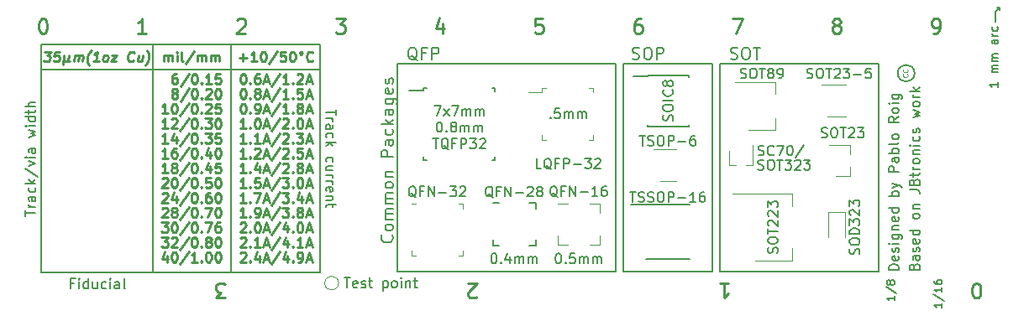
<source format=gto>
G04 #@! TF.GenerationSoftware,KiCad,Pcbnew,(5.1.4)-1*
G04 #@! TF.CreationDate,2020-02-23T21:57:18+01:00*
G04 #@! TF.ProjectId,PCBRuler,50434252-756c-4657-922e-6b696361645f,1.0*
G04 #@! TF.SameCoordinates,Original*
G04 #@! TF.FileFunction,Legend,Top*
G04 #@! TF.FilePolarity,Positive*
%FSLAX46Y46*%
G04 Gerber Fmt 4.6, Leading zero omitted, Abs format (unit mm)*
G04 Created by KiCad (PCBNEW (5.1.4)-1) date 2020-02-23 21:57:18*
%MOMM*%
%LPD*%
G04 APERTURE LIST*
%ADD10C,0.150000*%
%ADD11C,0.200000*%
%ADD12C,0.250000*%
%ADD13C,0.120000*%
G04 APERTURE END LIST*
D10*
X175828571Y-124731071D02*
X175876190Y-124588214D01*
X175923809Y-124540595D01*
X176019047Y-124492976D01*
X176161904Y-124492976D01*
X176257142Y-124540595D01*
X176304761Y-124588214D01*
X176352380Y-124683452D01*
X176352380Y-125064404D01*
X175352380Y-125064404D01*
X175352380Y-124731071D01*
X175400000Y-124635833D01*
X175447619Y-124588214D01*
X175542857Y-124540595D01*
X175638095Y-124540595D01*
X175733333Y-124588214D01*
X175780952Y-124635833D01*
X175828571Y-124731071D01*
X175828571Y-125064404D01*
X176352380Y-123635833D02*
X175828571Y-123635833D01*
X175733333Y-123683452D01*
X175685714Y-123778690D01*
X175685714Y-123969166D01*
X175733333Y-124064404D01*
X176304761Y-123635833D02*
X176352380Y-123731071D01*
X176352380Y-123969166D01*
X176304761Y-124064404D01*
X176209523Y-124112023D01*
X176114285Y-124112023D01*
X176019047Y-124064404D01*
X175971428Y-123969166D01*
X175971428Y-123731071D01*
X175923809Y-123635833D01*
X176304761Y-123207261D02*
X176352380Y-123112023D01*
X176352380Y-122921547D01*
X176304761Y-122826309D01*
X176209523Y-122778690D01*
X176161904Y-122778690D01*
X176066666Y-122826309D01*
X176019047Y-122921547D01*
X176019047Y-123064404D01*
X175971428Y-123159642D01*
X175876190Y-123207261D01*
X175828571Y-123207261D01*
X175733333Y-123159642D01*
X175685714Y-123064404D01*
X175685714Y-122921547D01*
X175733333Y-122826309D01*
X176304761Y-121969166D02*
X176352380Y-122064404D01*
X176352380Y-122254880D01*
X176304761Y-122350119D01*
X176209523Y-122397738D01*
X175828571Y-122397738D01*
X175733333Y-122350119D01*
X175685714Y-122254880D01*
X175685714Y-122064404D01*
X175733333Y-121969166D01*
X175828571Y-121921547D01*
X175923809Y-121921547D01*
X176019047Y-122397738D01*
X176352380Y-121064404D02*
X175352380Y-121064404D01*
X176304761Y-121064404D02*
X176352380Y-121159642D01*
X176352380Y-121350119D01*
X176304761Y-121445357D01*
X176257142Y-121492976D01*
X176161904Y-121540595D01*
X175876190Y-121540595D01*
X175780952Y-121492976D01*
X175733333Y-121445357D01*
X175685714Y-121350119D01*
X175685714Y-121159642D01*
X175733333Y-121064404D01*
X176352380Y-119683452D02*
X176304761Y-119778690D01*
X176257142Y-119826309D01*
X176161904Y-119873928D01*
X175876190Y-119873928D01*
X175780952Y-119826309D01*
X175733333Y-119778690D01*
X175685714Y-119683452D01*
X175685714Y-119540595D01*
X175733333Y-119445357D01*
X175780952Y-119397738D01*
X175876190Y-119350119D01*
X176161904Y-119350119D01*
X176257142Y-119397738D01*
X176304761Y-119445357D01*
X176352380Y-119540595D01*
X176352380Y-119683452D01*
X175685714Y-118921547D02*
X176352380Y-118921547D01*
X175780952Y-118921547D02*
X175733333Y-118873928D01*
X175685714Y-118778690D01*
X175685714Y-118635833D01*
X175733333Y-118540595D01*
X175828571Y-118492976D01*
X176352380Y-118492976D01*
X175352380Y-116969166D02*
X176066666Y-116969166D01*
X176209523Y-117016785D01*
X176304761Y-117112023D01*
X176352380Y-117254880D01*
X176352380Y-117350119D01*
X175828571Y-116159642D02*
X175876190Y-116016785D01*
X175923809Y-115969166D01*
X176019047Y-115921547D01*
X176161904Y-115921547D01*
X176257142Y-115969166D01*
X176304761Y-116016785D01*
X176352380Y-116112023D01*
X176352380Y-116492976D01*
X175352380Y-116492976D01*
X175352380Y-116159642D01*
X175400000Y-116064404D01*
X175447619Y-116016785D01*
X175542857Y-115969166D01*
X175638095Y-115969166D01*
X175733333Y-116016785D01*
X175780952Y-116064404D01*
X175828571Y-116159642D01*
X175828571Y-116492976D01*
X175685714Y-115635833D02*
X175685714Y-115254880D01*
X175352380Y-115492976D02*
X176209523Y-115492976D01*
X176304761Y-115445357D01*
X176352380Y-115350119D01*
X176352380Y-115254880D01*
X176352380Y-114921547D02*
X175685714Y-114921547D01*
X175876190Y-114921547D02*
X175780952Y-114873928D01*
X175733333Y-114826309D01*
X175685714Y-114731071D01*
X175685714Y-114635833D01*
X176352380Y-114159642D02*
X176304761Y-114254880D01*
X176257142Y-114302500D01*
X176161904Y-114350119D01*
X175876190Y-114350119D01*
X175780952Y-114302500D01*
X175733333Y-114254880D01*
X175685714Y-114159642D01*
X175685714Y-114016785D01*
X175733333Y-113921547D01*
X175780952Y-113873928D01*
X175876190Y-113826309D01*
X176161904Y-113826309D01*
X176257142Y-113873928D01*
X176304761Y-113921547D01*
X176352380Y-114016785D01*
X176352380Y-114159642D01*
X175685714Y-113397738D02*
X176352380Y-113397738D01*
X175780952Y-113397738D02*
X175733333Y-113350119D01*
X175685714Y-113254880D01*
X175685714Y-113112023D01*
X175733333Y-113016785D01*
X175828571Y-112969166D01*
X176352380Y-112969166D01*
X176352380Y-112492976D02*
X175685714Y-112492976D01*
X175352380Y-112492976D02*
X175400000Y-112540595D01*
X175447619Y-112492976D01*
X175400000Y-112445357D01*
X175352380Y-112492976D01*
X175447619Y-112492976D01*
X176304761Y-111588214D02*
X176352380Y-111683452D01*
X176352380Y-111873928D01*
X176304761Y-111969166D01*
X176257142Y-112016785D01*
X176161904Y-112064404D01*
X175876190Y-112064404D01*
X175780952Y-112016785D01*
X175733333Y-111969166D01*
X175685714Y-111873928D01*
X175685714Y-111683452D01*
X175733333Y-111588214D01*
X176304761Y-111207261D02*
X176352380Y-111112023D01*
X176352380Y-110921547D01*
X176304761Y-110826309D01*
X176209523Y-110778690D01*
X176161904Y-110778690D01*
X176066666Y-110826309D01*
X176019047Y-110921547D01*
X176019047Y-111064404D01*
X175971428Y-111159642D01*
X175876190Y-111207261D01*
X175828571Y-111207261D01*
X175733333Y-111159642D01*
X175685714Y-111064404D01*
X175685714Y-110921547D01*
X175733333Y-110826309D01*
X175685714Y-109683452D02*
X176352380Y-109492976D01*
X175876190Y-109302500D01*
X176352380Y-109112023D01*
X175685714Y-108921547D01*
X176352380Y-108397738D02*
X176304761Y-108492976D01*
X176257142Y-108540595D01*
X176161904Y-108588214D01*
X175876190Y-108588214D01*
X175780952Y-108540595D01*
X175733333Y-108492976D01*
X175685714Y-108397738D01*
X175685714Y-108254880D01*
X175733333Y-108159642D01*
X175780952Y-108112023D01*
X175876190Y-108064404D01*
X176161904Y-108064404D01*
X176257142Y-108112023D01*
X176304761Y-108159642D01*
X176352380Y-108254880D01*
X176352380Y-108397738D01*
X176352380Y-107635833D02*
X175685714Y-107635833D01*
X175876190Y-107635833D02*
X175780952Y-107588214D01*
X175733333Y-107540595D01*
X175685714Y-107445357D01*
X175685714Y-107350119D01*
X176352380Y-107016785D02*
X175352380Y-107016785D01*
X175971428Y-106921547D02*
X176352380Y-106635833D01*
X175685714Y-106635833D02*
X176066666Y-107016785D01*
X174252380Y-125064404D02*
X173252380Y-125064404D01*
X173252380Y-124826309D01*
X173300000Y-124683452D01*
X173395238Y-124588214D01*
X173490476Y-124540595D01*
X173680952Y-124492976D01*
X173823809Y-124492976D01*
X174014285Y-124540595D01*
X174109523Y-124588214D01*
X174204761Y-124683452D01*
X174252380Y-124826309D01*
X174252380Y-125064404D01*
X174204761Y-123683452D02*
X174252380Y-123778690D01*
X174252380Y-123969166D01*
X174204761Y-124064404D01*
X174109523Y-124112023D01*
X173728571Y-124112023D01*
X173633333Y-124064404D01*
X173585714Y-123969166D01*
X173585714Y-123778690D01*
X173633333Y-123683452D01*
X173728571Y-123635833D01*
X173823809Y-123635833D01*
X173919047Y-124112023D01*
X174204761Y-123254880D02*
X174252380Y-123159642D01*
X174252380Y-122969166D01*
X174204761Y-122873928D01*
X174109523Y-122826309D01*
X174061904Y-122826309D01*
X173966666Y-122873928D01*
X173919047Y-122969166D01*
X173919047Y-123112023D01*
X173871428Y-123207261D01*
X173776190Y-123254880D01*
X173728571Y-123254880D01*
X173633333Y-123207261D01*
X173585714Y-123112023D01*
X173585714Y-122969166D01*
X173633333Y-122873928D01*
X174252380Y-122397738D02*
X173585714Y-122397738D01*
X173252380Y-122397738D02*
X173300000Y-122445357D01*
X173347619Y-122397738D01*
X173300000Y-122350119D01*
X173252380Y-122397738D01*
X173347619Y-122397738D01*
X173585714Y-121492976D02*
X174395238Y-121492976D01*
X174490476Y-121540595D01*
X174538095Y-121588214D01*
X174585714Y-121683452D01*
X174585714Y-121826309D01*
X174538095Y-121921547D01*
X174204761Y-121492976D02*
X174252380Y-121588214D01*
X174252380Y-121778690D01*
X174204761Y-121873928D01*
X174157142Y-121921547D01*
X174061904Y-121969166D01*
X173776190Y-121969166D01*
X173680952Y-121921547D01*
X173633333Y-121873928D01*
X173585714Y-121778690D01*
X173585714Y-121588214D01*
X173633333Y-121492976D01*
X173585714Y-121016785D02*
X174252380Y-121016785D01*
X173680952Y-121016785D02*
X173633333Y-120969166D01*
X173585714Y-120873928D01*
X173585714Y-120731071D01*
X173633333Y-120635833D01*
X173728571Y-120588214D01*
X174252380Y-120588214D01*
X174204761Y-119731071D02*
X174252380Y-119826309D01*
X174252380Y-120016785D01*
X174204761Y-120112023D01*
X174109523Y-120159642D01*
X173728571Y-120159642D01*
X173633333Y-120112023D01*
X173585714Y-120016785D01*
X173585714Y-119826309D01*
X173633333Y-119731071D01*
X173728571Y-119683452D01*
X173823809Y-119683452D01*
X173919047Y-120159642D01*
X174252380Y-118826309D02*
X173252380Y-118826309D01*
X174204761Y-118826309D02*
X174252380Y-118921547D01*
X174252380Y-119112023D01*
X174204761Y-119207261D01*
X174157142Y-119254880D01*
X174061904Y-119302500D01*
X173776190Y-119302500D01*
X173680952Y-119254880D01*
X173633333Y-119207261D01*
X173585714Y-119112023D01*
X173585714Y-118921547D01*
X173633333Y-118826309D01*
X174252380Y-117588214D02*
X173252380Y-117588214D01*
X173633333Y-117588214D02*
X173585714Y-117492976D01*
X173585714Y-117302500D01*
X173633333Y-117207261D01*
X173680952Y-117159642D01*
X173776190Y-117112023D01*
X174061904Y-117112023D01*
X174157142Y-117159642D01*
X174204761Y-117207261D01*
X174252380Y-117302500D01*
X174252380Y-117492976D01*
X174204761Y-117588214D01*
X173585714Y-116778690D02*
X174252380Y-116540595D01*
X173585714Y-116302500D02*
X174252380Y-116540595D01*
X174490476Y-116635833D01*
X174538095Y-116683452D01*
X174585714Y-116778690D01*
X174252380Y-115159642D02*
X173252380Y-115159642D01*
X173252380Y-114778690D01*
X173300000Y-114683452D01*
X173347619Y-114635833D01*
X173442857Y-114588214D01*
X173585714Y-114588214D01*
X173680952Y-114635833D01*
X173728571Y-114683452D01*
X173776190Y-114778690D01*
X173776190Y-115159642D01*
X174252380Y-113731071D02*
X173728571Y-113731071D01*
X173633333Y-113778690D01*
X173585714Y-113873928D01*
X173585714Y-114064404D01*
X173633333Y-114159642D01*
X174204761Y-113731071D02*
X174252380Y-113826309D01*
X174252380Y-114064404D01*
X174204761Y-114159642D01*
X174109523Y-114207261D01*
X174014285Y-114207261D01*
X173919047Y-114159642D01*
X173871428Y-114064404D01*
X173871428Y-113826309D01*
X173823809Y-113731071D01*
X174252380Y-113254880D02*
X173252380Y-113254880D01*
X173633333Y-113254880D02*
X173585714Y-113159642D01*
X173585714Y-112969166D01*
X173633333Y-112873928D01*
X173680952Y-112826309D01*
X173776190Y-112778690D01*
X174061904Y-112778690D01*
X174157142Y-112826309D01*
X174204761Y-112873928D01*
X174252380Y-112969166D01*
X174252380Y-113159642D01*
X174204761Y-113254880D01*
X174252380Y-112207261D02*
X174204761Y-112302500D01*
X174109523Y-112350119D01*
X173252380Y-112350119D01*
X174252380Y-111683452D02*
X174204761Y-111778690D01*
X174157142Y-111826309D01*
X174061904Y-111873928D01*
X173776190Y-111873928D01*
X173680952Y-111826309D01*
X173633333Y-111778690D01*
X173585714Y-111683452D01*
X173585714Y-111540595D01*
X173633333Y-111445357D01*
X173680952Y-111397738D01*
X173776190Y-111350119D01*
X174061904Y-111350119D01*
X174157142Y-111397738D01*
X174204761Y-111445357D01*
X174252380Y-111540595D01*
X174252380Y-111683452D01*
X174252380Y-109588214D02*
X173776190Y-109921547D01*
X174252380Y-110159642D02*
X173252380Y-110159642D01*
X173252380Y-109778690D01*
X173300000Y-109683452D01*
X173347619Y-109635833D01*
X173442857Y-109588214D01*
X173585714Y-109588214D01*
X173680952Y-109635833D01*
X173728571Y-109683452D01*
X173776190Y-109778690D01*
X173776190Y-110159642D01*
X174252380Y-109016785D02*
X174204761Y-109112023D01*
X174157142Y-109159642D01*
X174061904Y-109207261D01*
X173776190Y-109207261D01*
X173680952Y-109159642D01*
X173633333Y-109112023D01*
X173585714Y-109016785D01*
X173585714Y-108873928D01*
X173633333Y-108778690D01*
X173680952Y-108731071D01*
X173776190Y-108683452D01*
X174061904Y-108683452D01*
X174157142Y-108731071D01*
X174204761Y-108778690D01*
X174252380Y-108873928D01*
X174252380Y-109016785D01*
X174252380Y-108254880D02*
X173585714Y-108254880D01*
X173252380Y-108254880D02*
X173300000Y-108302500D01*
X173347619Y-108254880D01*
X173300000Y-108207261D01*
X173252380Y-108254880D01*
X173347619Y-108254880D01*
X173585714Y-107350119D02*
X174395238Y-107350119D01*
X174490476Y-107397738D01*
X174538095Y-107445357D01*
X174585714Y-107540595D01*
X174585714Y-107683452D01*
X174538095Y-107778690D01*
X174204761Y-107350119D02*
X174252380Y-107445357D01*
X174252380Y-107635833D01*
X174204761Y-107731071D01*
X174157142Y-107778690D01*
X174061904Y-107826309D01*
X173776190Y-107826309D01*
X173680952Y-107778690D01*
X173633333Y-107731071D01*
X173585714Y-107635833D01*
X173585714Y-107445357D01*
X173633333Y-107350119D01*
D11*
X123178571Y-121542857D02*
X123235714Y-121600000D01*
X123292857Y-121771428D01*
X123292857Y-121885714D01*
X123235714Y-122057142D01*
X123121428Y-122171428D01*
X123007142Y-122228571D01*
X122778571Y-122285714D01*
X122607142Y-122285714D01*
X122378571Y-122228571D01*
X122264285Y-122171428D01*
X122150000Y-122057142D01*
X122092857Y-121885714D01*
X122092857Y-121771428D01*
X122150000Y-121600000D01*
X122207142Y-121542857D01*
X123292857Y-120857142D02*
X123235714Y-120971428D01*
X123178571Y-121028571D01*
X123064285Y-121085714D01*
X122721428Y-121085714D01*
X122607142Y-121028571D01*
X122550000Y-120971428D01*
X122492857Y-120857142D01*
X122492857Y-120685714D01*
X122550000Y-120571428D01*
X122607142Y-120514285D01*
X122721428Y-120457142D01*
X123064285Y-120457142D01*
X123178571Y-120514285D01*
X123235714Y-120571428D01*
X123292857Y-120685714D01*
X123292857Y-120857142D01*
X123292857Y-119942857D02*
X122492857Y-119942857D01*
X122607142Y-119942857D02*
X122550000Y-119885714D01*
X122492857Y-119771428D01*
X122492857Y-119600000D01*
X122550000Y-119485714D01*
X122664285Y-119428571D01*
X123292857Y-119428571D01*
X122664285Y-119428571D02*
X122550000Y-119371428D01*
X122492857Y-119257142D01*
X122492857Y-119085714D01*
X122550000Y-118971428D01*
X122664285Y-118914285D01*
X123292857Y-118914285D01*
X123292857Y-118342857D02*
X122492857Y-118342857D01*
X122607142Y-118342857D02*
X122550000Y-118285714D01*
X122492857Y-118171428D01*
X122492857Y-118000000D01*
X122550000Y-117885714D01*
X122664285Y-117828571D01*
X123292857Y-117828571D01*
X122664285Y-117828571D02*
X122550000Y-117771428D01*
X122492857Y-117657142D01*
X122492857Y-117485714D01*
X122550000Y-117371428D01*
X122664285Y-117314285D01*
X123292857Y-117314285D01*
X123292857Y-116571428D02*
X123235714Y-116685714D01*
X123178571Y-116742857D01*
X123064285Y-116800000D01*
X122721428Y-116800000D01*
X122607142Y-116742857D01*
X122550000Y-116685714D01*
X122492857Y-116571428D01*
X122492857Y-116400000D01*
X122550000Y-116285714D01*
X122607142Y-116228571D01*
X122721428Y-116171428D01*
X123064285Y-116171428D01*
X123178571Y-116228571D01*
X123235714Y-116285714D01*
X123292857Y-116400000D01*
X123292857Y-116571428D01*
X122492857Y-115657142D02*
X123292857Y-115657142D01*
X122607142Y-115657142D02*
X122550000Y-115600000D01*
X122492857Y-115485714D01*
X122492857Y-115314285D01*
X122550000Y-115200000D01*
X122664285Y-115142857D01*
X123292857Y-115142857D01*
X123292857Y-113657142D02*
X122092857Y-113657142D01*
X122092857Y-113200000D01*
X122150000Y-113085714D01*
X122207142Y-113028571D01*
X122321428Y-112971428D01*
X122492857Y-112971428D01*
X122607142Y-113028571D01*
X122664285Y-113085714D01*
X122721428Y-113200000D01*
X122721428Y-113657142D01*
X123292857Y-111942857D02*
X122664285Y-111942857D01*
X122550000Y-112000000D01*
X122492857Y-112114285D01*
X122492857Y-112342857D01*
X122550000Y-112457142D01*
X123235714Y-111942857D02*
X123292857Y-112057142D01*
X123292857Y-112342857D01*
X123235714Y-112457142D01*
X123121428Y-112514285D01*
X123007142Y-112514285D01*
X122892857Y-112457142D01*
X122835714Y-112342857D01*
X122835714Y-112057142D01*
X122778571Y-111942857D01*
X123235714Y-110857142D02*
X123292857Y-110971428D01*
X123292857Y-111200000D01*
X123235714Y-111314285D01*
X123178571Y-111371428D01*
X123064285Y-111428571D01*
X122721428Y-111428571D01*
X122607142Y-111371428D01*
X122550000Y-111314285D01*
X122492857Y-111200000D01*
X122492857Y-110971428D01*
X122550000Y-110857142D01*
X123292857Y-110342857D02*
X122092857Y-110342857D01*
X122835714Y-110228571D02*
X123292857Y-109885714D01*
X122492857Y-109885714D02*
X122950000Y-110342857D01*
X123292857Y-108857142D02*
X122664285Y-108857142D01*
X122550000Y-108914285D01*
X122492857Y-109028571D01*
X122492857Y-109257142D01*
X122550000Y-109371428D01*
X123235714Y-108857142D02*
X123292857Y-108971428D01*
X123292857Y-109257142D01*
X123235714Y-109371428D01*
X123121428Y-109428571D01*
X123007142Y-109428571D01*
X122892857Y-109371428D01*
X122835714Y-109257142D01*
X122835714Y-108971428D01*
X122778571Y-108857142D01*
X122492857Y-107771428D02*
X123464285Y-107771428D01*
X123578571Y-107828571D01*
X123635714Y-107885714D01*
X123692857Y-108000000D01*
X123692857Y-108171428D01*
X123635714Y-108285714D01*
X123235714Y-107771428D02*
X123292857Y-107885714D01*
X123292857Y-108114285D01*
X123235714Y-108228571D01*
X123178571Y-108285714D01*
X123064285Y-108342857D01*
X122721428Y-108342857D01*
X122607142Y-108285714D01*
X122550000Y-108228571D01*
X122492857Y-108114285D01*
X122492857Y-107885714D01*
X122550000Y-107771428D01*
X123235714Y-106742857D02*
X123292857Y-106857142D01*
X123292857Y-107085714D01*
X123235714Y-107200000D01*
X123121428Y-107257142D01*
X122664285Y-107257142D01*
X122550000Y-107200000D01*
X122492857Y-107085714D01*
X122492857Y-106857142D01*
X122550000Y-106742857D01*
X122664285Y-106685714D01*
X122778571Y-106685714D01*
X122892857Y-107257142D01*
X123235714Y-106228571D02*
X123292857Y-106114285D01*
X123292857Y-105885714D01*
X123235714Y-105771428D01*
X123121428Y-105714285D01*
X123064285Y-105714285D01*
X122950000Y-105771428D01*
X122892857Y-105885714D01*
X122892857Y-106057142D01*
X122835714Y-106171428D01*
X122721428Y-106228571D01*
X122664285Y-106228571D01*
X122550000Y-106171428D01*
X122492857Y-106057142D01*
X122492857Y-105885714D01*
X122550000Y-105771428D01*
D10*
X156250000Y-125250000D02*
X156250000Y-104250000D01*
X172250000Y-125250000D02*
X156250000Y-125250000D01*
X172250000Y-104250000D02*
X172250000Y-125250000D01*
X156250000Y-104250000D02*
X172250000Y-104250000D01*
X146500000Y-125250000D02*
X146500000Y-104250000D01*
X155500000Y-125250000D02*
X146500000Y-125250000D01*
X155500000Y-104250000D02*
X155500000Y-125250000D01*
X146500000Y-104250000D02*
X155500000Y-104250000D01*
X123750000Y-125250000D02*
X123750000Y-104250000D01*
X145750000Y-125250000D02*
X123750000Y-125250000D01*
X145750000Y-104250000D02*
X145750000Y-125250000D01*
X123750000Y-104250000D02*
X145750000Y-104250000D01*
X139904761Y-123402380D02*
X140000000Y-123402380D01*
X140095238Y-123450000D01*
X140142857Y-123497619D01*
X140190476Y-123592857D01*
X140238095Y-123783333D01*
X140238095Y-124021428D01*
X140190476Y-124211904D01*
X140142857Y-124307142D01*
X140095238Y-124354761D01*
X140000000Y-124402380D01*
X139904761Y-124402380D01*
X139809523Y-124354761D01*
X139761904Y-124307142D01*
X139714285Y-124211904D01*
X139666666Y-124021428D01*
X139666666Y-123783333D01*
X139714285Y-123592857D01*
X139761904Y-123497619D01*
X139809523Y-123450000D01*
X139904761Y-123402380D01*
X140666666Y-124307142D02*
X140714285Y-124354761D01*
X140666666Y-124402380D01*
X140619047Y-124354761D01*
X140666666Y-124307142D01*
X140666666Y-124402380D01*
X141619047Y-123402380D02*
X141142857Y-123402380D01*
X141095238Y-123878571D01*
X141142857Y-123830952D01*
X141238095Y-123783333D01*
X141476190Y-123783333D01*
X141571428Y-123830952D01*
X141619047Y-123878571D01*
X141666666Y-123973809D01*
X141666666Y-124211904D01*
X141619047Y-124307142D01*
X141571428Y-124354761D01*
X141476190Y-124402380D01*
X141238095Y-124402380D01*
X141142857Y-124354761D01*
X141095238Y-124307142D01*
X142095238Y-124402380D02*
X142095238Y-123735714D01*
X142095238Y-123830952D02*
X142142857Y-123783333D01*
X142238095Y-123735714D01*
X142380952Y-123735714D01*
X142476190Y-123783333D01*
X142523809Y-123878571D01*
X142523809Y-124402380D01*
X142523809Y-123878571D02*
X142571428Y-123783333D01*
X142666666Y-123735714D01*
X142809523Y-123735714D01*
X142904761Y-123783333D01*
X142952380Y-123878571D01*
X142952380Y-124402380D01*
X143428571Y-124402380D02*
X143428571Y-123735714D01*
X143428571Y-123830952D02*
X143476190Y-123783333D01*
X143571428Y-123735714D01*
X143714285Y-123735714D01*
X143809523Y-123783333D01*
X143857142Y-123878571D01*
X143857142Y-124402380D01*
X143857142Y-123878571D02*
X143904761Y-123783333D01*
X144000000Y-123735714D01*
X144142857Y-123735714D01*
X144238095Y-123783333D01*
X144285714Y-123878571D01*
X144285714Y-124402380D01*
X133404761Y-123402380D02*
X133500000Y-123402380D01*
X133595238Y-123450000D01*
X133642857Y-123497619D01*
X133690476Y-123592857D01*
X133738095Y-123783333D01*
X133738095Y-124021428D01*
X133690476Y-124211904D01*
X133642857Y-124307142D01*
X133595238Y-124354761D01*
X133500000Y-124402380D01*
X133404761Y-124402380D01*
X133309523Y-124354761D01*
X133261904Y-124307142D01*
X133214285Y-124211904D01*
X133166666Y-124021428D01*
X133166666Y-123783333D01*
X133214285Y-123592857D01*
X133261904Y-123497619D01*
X133309523Y-123450000D01*
X133404761Y-123402380D01*
X134166666Y-124307142D02*
X134214285Y-124354761D01*
X134166666Y-124402380D01*
X134119047Y-124354761D01*
X134166666Y-124307142D01*
X134166666Y-124402380D01*
X135071428Y-123735714D02*
X135071428Y-124402380D01*
X134833333Y-123354761D02*
X134595238Y-124069047D01*
X135214285Y-124069047D01*
X135595238Y-124402380D02*
X135595238Y-123735714D01*
X135595238Y-123830952D02*
X135642857Y-123783333D01*
X135738095Y-123735714D01*
X135880952Y-123735714D01*
X135976190Y-123783333D01*
X136023809Y-123878571D01*
X136023809Y-124402380D01*
X136023809Y-123878571D02*
X136071428Y-123783333D01*
X136166666Y-123735714D01*
X136309523Y-123735714D01*
X136404761Y-123783333D01*
X136452380Y-123878571D01*
X136452380Y-124402380D01*
X136928571Y-124402380D02*
X136928571Y-123735714D01*
X136928571Y-123830952D02*
X136976190Y-123783333D01*
X137071428Y-123735714D01*
X137214285Y-123735714D01*
X137309523Y-123783333D01*
X137357142Y-123878571D01*
X137357142Y-124402380D01*
X137357142Y-123878571D02*
X137404761Y-123783333D01*
X137500000Y-123735714D01*
X137642857Y-123735714D01*
X137738095Y-123783333D01*
X137785714Y-123878571D01*
X137785714Y-124402380D01*
D11*
X147424971Y-103736714D02*
X147596400Y-103793857D01*
X147882114Y-103793857D01*
X147996400Y-103736714D01*
X148053542Y-103679571D01*
X148110685Y-103565285D01*
X148110685Y-103451000D01*
X148053542Y-103336714D01*
X147996400Y-103279571D01*
X147882114Y-103222428D01*
X147653542Y-103165285D01*
X147539257Y-103108142D01*
X147482114Y-103051000D01*
X147424971Y-102936714D01*
X147424971Y-102822428D01*
X147482114Y-102708142D01*
X147539257Y-102651000D01*
X147653542Y-102593857D01*
X147939257Y-102593857D01*
X148110685Y-102651000D01*
X148853542Y-102593857D02*
X149082114Y-102593857D01*
X149196400Y-102651000D01*
X149310685Y-102765285D01*
X149367828Y-102993857D01*
X149367828Y-103393857D01*
X149310685Y-103622428D01*
X149196400Y-103736714D01*
X149082114Y-103793857D01*
X148853542Y-103793857D01*
X148739257Y-103736714D01*
X148624971Y-103622428D01*
X148567828Y-103393857D01*
X148567828Y-102993857D01*
X148624971Y-102765285D01*
X148739257Y-102651000D01*
X148853542Y-102593857D01*
X149882114Y-103793857D02*
X149882114Y-102593857D01*
X150339257Y-102593857D01*
X150453542Y-102651000D01*
X150510685Y-102708142D01*
X150567828Y-102822428D01*
X150567828Y-102993857D01*
X150510685Y-103108142D01*
X150453542Y-103165285D01*
X150339257Y-103222428D01*
X149882114Y-103222428D01*
X157321428Y-103735714D02*
X157492857Y-103792857D01*
X157778571Y-103792857D01*
X157892857Y-103735714D01*
X157950000Y-103678571D01*
X158007142Y-103564285D01*
X158007142Y-103450000D01*
X157950000Y-103335714D01*
X157892857Y-103278571D01*
X157778571Y-103221428D01*
X157550000Y-103164285D01*
X157435714Y-103107142D01*
X157378571Y-103050000D01*
X157321428Y-102935714D01*
X157321428Y-102821428D01*
X157378571Y-102707142D01*
X157435714Y-102650000D01*
X157550000Y-102592857D01*
X157835714Y-102592857D01*
X158007142Y-102650000D01*
X158750000Y-102592857D02*
X158978571Y-102592857D01*
X159092857Y-102650000D01*
X159207142Y-102764285D01*
X159264285Y-102992857D01*
X159264285Y-103392857D01*
X159207142Y-103621428D01*
X159092857Y-103735714D01*
X158978571Y-103792857D01*
X158750000Y-103792857D01*
X158635714Y-103735714D01*
X158521428Y-103621428D01*
X158464285Y-103392857D01*
X158464285Y-102992857D01*
X158521428Y-102764285D01*
X158635714Y-102650000D01*
X158750000Y-102592857D01*
X159607142Y-102592857D02*
X160292857Y-102592857D01*
X159950000Y-103792857D02*
X159950000Y-102592857D01*
D10*
X139140476Y-109657142D02*
X139188095Y-109704761D01*
X139140476Y-109752380D01*
X139092857Y-109704761D01*
X139140476Y-109657142D01*
X139140476Y-109752380D01*
X140092857Y-108752380D02*
X139616666Y-108752380D01*
X139569047Y-109228571D01*
X139616666Y-109180952D01*
X139711904Y-109133333D01*
X139950000Y-109133333D01*
X140045238Y-109180952D01*
X140092857Y-109228571D01*
X140140476Y-109323809D01*
X140140476Y-109561904D01*
X140092857Y-109657142D01*
X140045238Y-109704761D01*
X139950000Y-109752380D01*
X139711904Y-109752380D01*
X139616666Y-109704761D01*
X139569047Y-109657142D01*
X140569047Y-109752380D02*
X140569047Y-109085714D01*
X140569047Y-109180952D02*
X140616666Y-109133333D01*
X140711904Y-109085714D01*
X140854761Y-109085714D01*
X140950000Y-109133333D01*
X140997619Y-109228571D01*
X140997619Y-109752380D01*
X140997619Y-109228571D02*
X141045238Y-109133333D01*
X141140476Y-109085714D01*
X141283333Y-109085714D01*
X141378571Y-109133333D01*
X141426190Y-109228571D01*
X141426190Y-109752380D01*
X141902380Y-109752380D02*
X141902380Y-109085714D01*
X141902380Y-109180952D02*
X141950000Y-109133333D01*
X142045238Y-109085714D01*
X142188095Y-109085714D01*
X142283333Y-109133333D01*
X142330952Y-109228571D01*
X142330952Y-109752380D01*
X142330952Y-109228571D02*
X142378571Y-109133333D01*
X142473809Y-109085714D01*
X142616666Y-109085714D01*
X142711904Y-109133333D01*
X142759523Y-109228571D01*
X142759523Y-109752380D01*
D11*
X125715714Y-103907142D02*
X125601428Y-103850000D01*
X125487142Y-103735714D01*
X125315714Y-103564285D01*
X125201428Y-103507142D01*
X125087142Y-103507142D01*
X125144285Y-103792857D02*
X125030000Y-103735714D01*
X124915714Y-103621428D01*
X124858571Y-103392857D01*
X124858571Y-102992857D01*
X124915714Y-102764285D01*
X125030000Y-102650000D01*
X125144285Y-102592857D01*
X125372857Y-102592857D01*
X125487142Y-102650000D01*
X125601428Y-102764285D01*
X125658571Y-102992857D01*
X125658571Y-103392857D01*
X125601428Y-103621428D01*
X125487142Y-103735714D01*
X125372857Y-103792857D01*
X125144285Y-103792857D01*
X126572857Y-103164285D02*
X126172857Y-103164285D01*
X126172857Y-103792857D02*
X126172857Y-102592857D01*
X126744285Y-102592857D01*
X127201428Y-103792857D02*
X127201428Y-102592857D01*
X127658571Y-102592857D01*
X127772857Y-102650000D01*
X127830000Y-102707142D01*
X127887142Y-102821428D01*
X127887142Y-102992857D01*
X127830000Y-103107142D01*
X127772857Y-103164285D01*
X127658571Y-103221428D01*
X127201428Y-103221428D01*
D10*
X117547619Y-108871428D02*
X117547619Y-109442857D01*
X116547619Y-109157142D02*
X117547619Y-109157142D01*
X116547619Y-109776190D02*
X117214285Y-109776190D01*
X117023809Y-109776190D02*
X117119047Y-109823809D01*
X117166666Y-109871428D01*
X117214285Y-109966666D01*
X117214285Y-110061904D01*
X116547619Y-110823809D02*
X117071428Y-110823809D01*
X117166666Y-110776190D01*
X117214285Y-110680952D01*
X117214285Y-110490476D01*
X117166666Y-110395238D01*
X116595238Y-110823809D02*
X116547619Y-110728571D01*
X116547619Y-110490476D01*
X116595238Y-110395238D01*
X116690476Y-110347619D01*
X116785714Y-110347619D01*
X116880952Y-110395238D01*
X116928571Y-110490476D01*
X116928571Y-110728571D01*
X116976190Y-110823809D01*
X116595238Y-111728571D02*
X116547619Y-111633333D01*
X116547619Y-111442857D01*
X116595238Y-111347619D01*
X116642857Y-111300000D01*
X116738095Y-111252380D01*
X117023809Y-111252380D01*
X117119047Y-111300000D01*
X117166666Y-111347619D01*
X117214285Y-111442857D01*
X117214285Y-111633333D01*
X117166666Y-111728571D01*
X116547619Y-112157142D02*
X117547619Y-112157142D01*
X116928571Y-112252380D02*
X116547619Y-112538095D01*
X117214285Y-112538095D02*
X116833333Y-112157142D01*
X116595238Y-114157142D02*
X116547619Y-114061904D01*
X116547619Y-113871428D01*
X116595238Y-113776190D01*
X116642857Y-113728571D01*
X116738095Y-113680952D01*
X117023809Y-113680952D01*
X117119047Y-113728571D01*
X117166666Y-113776190D01*
X117214285Y-113871428D01*
X117214285Y-114061904D01*
X117166666Y-114157142D01*
X117214285Y-115014285D02*
X116547619Y-115014285D01*
X117214285Y-114585714D02*
X116690476Y-114585714D01*
X116595238Y-114633333D01*
X116547619Y-114728571D01*
X116547619Y-114871428D01*
X116595238Y-114966666D01*
X116642857Y-115014285D01*
X116547619Y-115490476D02*
X117214285Y-115490476D01*
X117023809Y-115490476D02*
X117119047Y-115538095D01*
X117166666Y-115585714D01*
X117214285Y-115680952D01*
X117214285Y-115776190D01*
X116547619Y-116109523D02*
X117214285Y-116109523D01*
X117023809Y-116109523D02*
X117119047Y-116157142D01*
X117166666Y-116204761D01*
X117214285Y-116300000D01*
X117214285Y-116395238D01*
X116595238Y-117109523D02*
X116547619Y-117014285D01*
X116547619Y-116823809D01*
X116595238Y-116728571D01*
X116690476Y-116680952D01*
X117071428Y-116680952D01*
X117166666Y-116728571D01*
X117214285Y-116823809D01*
X117214285Y-117014285D01*
X117166666Y-117109523D01*
X117071428Y-117157142D01*
X116976190Y-117157142D01*
X116880952Y-116680952D01*
X117214285Y-117585714D02*
X116547619Y-117585714D01*
X117119047Y-117585714D02*
X117166666Y-117633333D01*
X117214285Y-117728571D01*
X117214285Y-117871428D01*
X117166666Y-117966666D01*
X117071428Y-118014285D01*
X116547619Y-118014285D01*
X117214285Y-118347619D02*
X117214285Y-118728571D01*
X117547619Y-118490476D02*
X116690476Y-118490476D01*
X116595238Y-118538095D01*
X116547619Y-118633333D01*
X116547619Y-118728571D01*
X86252380Y-119609523D02*
X86252380Y-119038095D01*
X87252380Y-119323809D02*
X86252380Y-119323809D01*
X87252380Y-118704761D02*
X86585714Y-118704761D01*
X86776190Y-118704761D02*
X86680952Y-118657142D01*
X86633333Y-118609523D01*
X86585714Y-118514285D01*
X86585714Y-118419047D01*
X87252380Y-117657142D02*
X86728571Y-117657142D01*
X86633333Y-117704761D01*
X86585714Y-117800000D01*
X86585714Y-117990476D01*
X86633333Y-118085714D01*
X87204761Y-117657142D02*
X87252380Y-117752380D01*
X87252380Y-117990476D01*
X87204761Y-118085714D01*
X87109523Y-118133333D01*
X87014285Y-118133333D01*
X86919047Y-118085714D01*
X86871428Y-117990476D01*
X86871428Y-117752380D01*
X86823809Y-117657142D01*
X87204761Y-116752380D02*
X87252380Y-116847619D01*
X87252380Y-117038095D01*
X87204761Y-117133333D01*
X87157142Y-117180952D01*
X87061904Y-117228571D01*
X86776190Y-117228571D01*
X86680952Y-117180952D01*
X86633333Y-117133333D01*
X86585714Y-117038095D01*
X86585714Y-116847619D01*
X86633333Y-116752380D01*
X87252380Y-116323809D02*
X86252380Y-116323809D01*
X86871428Y-116228571D02*
X87252380Y-115942857D01*
X86585714Y-115942857D02*
X86966666Y-116323809D01*
X86204761Y-114800000D02*
X87490476Y-115657142D01*
X86585714Y-114561904D02*
X87252380Y-114323809D01*
X86585714Y-114085714D01*
X87252380Y-113704761D02*
X86585714Y-113704761D01*
X86252380Y-113704761D02*
X86300000Y-113752380D01*
X86347619Y-113704761D01*
X86300000Y-113657142D01*
X86252380Y-113704761D01*
X86347619Y-113704761D01*
X87252380Y-112800000D02*
X86728571Y-112800000D01*
X86633333Y-112847619D01*
X86585714Y-112942857D01*
X86585714Y-113133333D01*
X86633333Y-113228571D01*
X87204761Y-112800000D02*
X87252380Y-112895238D01*
X87252380Y-113133333D01*
X87204761Y-113228571D01*
X87109523Y-113276190D01*
X87014285Y-113276190D01*
X86919047Y-113228571D01*
X86871428Y-113133333D01*
X86871428Y-112895238D01*
X86823809Y-112800000D01*
X86585714Y-111657142D02*
X87252380Y-111466666D01*
X86776190Y-111276190D01*
X87252380Y-111085714D01*
X86585714Y-110895238D01*
X87252380Y-110514285D02*
X86585714Y-110514285D01*
X86252380Y-110514285D02*
X86300000Y-110561904D01*
X86347619Y-110514285D01*
X86300000Y-110466666D01*
X86252380Y-110514285D01*
X86347619Y-110514285D01*
X87252380Y-109609523D02*
X86252380Y-109609523D01*
X87204761Y-109609523D02*
X87252380Y-109704761D01*
X87252380Y-109895238D01*
X87204761Y-109990476D01*
X87157142Y-110038095D01*
X87061904Y-110085714D01*
X86776190Y-110085714D01*
X86680952Y-110038095D01*
X86633333Y-109990476D01*
X86585714Y-109895238D01*
X86585714Y-109704761D01*
X86633333Y-109609523D01*
X86585714Y-109276190D02*
X86585714Y-108895238D01*
X86252380Y-109133333D02*
X87109523Y-109133333D01*
X87204761Y-109085714D01*
X87252380Y-108990476D01*
X87252380Y-108895238D01*
X87252380Y-108561904D02*
X86252380Y-108561904D01*
X87252380Y-108133333D02*
X86728571Y-108133333D01*
X86633333Y-108180952D01*
X86585714Y-108276190D01*
X86585714Y-108419047D01*
X86633333Y-108514285D01*
X86680952Y-108561904D01*
X184200000Y-98600000D02*
X184400000Y-98600000D01*
X184400000Y-98600000D02*
X184400000Y-98800000D01*
X184000000Y-99000000D02*
X184400000Y-98600000D01*
X184000000Y-100000000D02*
X184000000Y-99000000D01*
X184234523Y-106125000D02*
X184234523Y-106610714D01*
X184234523Y-106367857D02*
X183384523Y-106367857D01*
X183505952Y-106448809D01*
X183586904Y-106529761D01*
X183627380Y-106610714D01*
X184234523Y-105113095D02*
X183667857Y-105113095D01*
X183748809Y-105113095D02*
X183708333Y-105072619D01*
X183667857Y-104991666D01*
X183667857Y-104870238D01*
X183708333Y-104789285D01*
X183789285Y-104748809D01*
X184234523Y-104748809D01*
X183789285Y-104748809D02*
X183708333Y-104708333D01*
X183667857Y-104627380D01*
X183667857Y-104505952D01*
X183708333Y-104425000D01*
X183789285Y-104384523D01*
X184234523Y-104384523D01*
X184234523Y-103979761D02*
X183667857Y-103979761D01*
X183748809Y-103979761D02*
X183708333Y-103939285D01*
X183667857Y-103858333D01*
X183667857Y-103736904D01*
X183708333Y-103655952D01*
X183789285Y-103615476D01*
X184234523Y-103615476D01*
X183789285Y-103615476D02*
X183708333Y-103575000D01*
X183667857Y-103494047D01*
X183667857Y-103372619D01*
X183708333Y-103291666D01*
X183789285Y-103251190D01*
X184234523Y-103251190D01*
X184234523Y-101834523D02*
X183789285Y-101834523D01*
X183708333Y-101875000D01*
X183667857Y-101955952D01*
X183667857Y-102117857D01*
X183708333Y-102198809D01*
X184194047Y-101834523D02*
X184234523Y-101915476D01*
X184234523Y-102117857D01*
X184194047Y-102198809D01*
X184113095Y-102239285D01*
X184032142Y-102239285D01*
X183951190Y-102198809D01*
X183910714Y-102117857D01*
X183910714Y-101915476D01*
X183870238Y-101834523D01*
X184234523Y-101429761D02*
X183667857Y-101429761D01*
X183829761Y-101429761D02*
X183748809Y-101389285D01*
X183708333Y-101348809D01*
X183667857Y-101267857D01*
X183667857Y-101186904D01*
X184194047Y-100539285D02*
X184234523Y-100620238D01*
X184234523Y-100782142D01*
X184194047Y-100863095D01*
X184153571Y-100903571D01*
X184072619Y-100944047D01*
X183829761Y-100944047D01*
X183748809Y-100903571D01*
X183708333Y-100863095D01*
X183667857Y-100782142D01*
X183667857Y-100620238D01*
X183708333Y-100539285D01*
X160080952Y-114904761D02*
X160223809Y-114952380D01*
X160461904Y-114952380D01*
X160557142Y-114904761D01*
X160604761Y-114857142D01*
X160652380Y-114761904D01*
X160652380Y-114666666D01*
X160604761Y-114571428D01*
X160557142Y-114523809D01*
X160461904Y-114476190D01*
X160271428Y-114428571D01*
X160176190Y-114380952D01*
X160128571Y-114333333D01*
X160080952Y-114238095D01*
X160080952Y-114142857D01*
X160128571Y-114047619D01*
X160176190Y-114000000D01*
X160271428Y-113952380D01*
X160509523Y-113952380D01*
X160652380Y-114000000D01*
X161271428Y-113952380D02*
X161461904Y-113952380D01*
X161557142Y-114000000D01*
X161652380Y-114095238D01*
X161700000Y-114285714D01*
X161700000Y-114619047D01*
X161652380Y-114809523D01*
X161557142Y-114904761D01*
X161461904Y-114952380D01*
X161271428Y-114952380D01*
X161176190Y-114904761D01*
X161080952Y-114809523D01*
X161033333Y-114619047D01*
X161033333Y-114285714D01*
X161080952Y-114095238D01*
X161176190Y-114000000D01*
X161271428Y-113952380D01*
X161985714Y-113952380D02*
X162557142Y-113952380D01*
X162271428Y-114952380D02*
X162271428Y-113952380D01*
X162795238Y-113952380D02*
X163414285Y-113952380D01*
X163080952Y-114333333D01*
X163223809Y-114333333D01*
X163319047Y-114380952D01*
X163366666Y-114428571D01*
X163414285Y-114523809D01*
X163414285Y-114761904D01*
X163366666Y-114857142D01*
X163319047Y-114904761D01*
X163223809Y-114952380D01*
X162938095Y-114952380D01*
X162842857Y-114904761D01*
X162795238Y-114857142D01*
X163795238Y-114047619D02*
X163842857Y-114000000D01*
X163938095Y-113952380D01*
X164176190Y-113952380D01*
X164271428Y-114000000D01*
X164319047Y-114047619D01*
X164366666Y-114142857D01*
X164366666Y-114238095D01*
X164319047Y-114380952D01*
X163747619Y-114952380D01*
X164366666Y-114952380D01*
X164700000Y-113952380D02*
X165319047Y-113952380D01*
X164985714Y-114333333D01*
X165128571Y-114333333D01*
X165223809Y-114380952D01*
X165271428Y-114428571D01*
X165319047Y-114523809D01*
X165319047Y-114761904D01*
X165271428Y-114857142D01*
X165223809Y-114904761D01*
X165128571Y-114952380D01*
X164842857Y-114952380D01*
X164747619Y-114904761D01*
X164700000Y-114857142D01*
X127452380Y-108477380D02*
X128119047Y-108477380D01*
X127690476Y-109477380D01*
X128404761Y-109477380D02*
X128928571Y-108810714D01*
X128404761Y-108810714D02*
X128928571Y-109477380D01*
X129214285Y-108477380D02*
X129880952Y-108477380D01*
X129452380Y-109477380D01*
X130261904Y-109477380D02*
X130261904Y-108810714D01*
X130261904Y-108905952D02*
X130309523Y-108858333D01*
X130404761Y-108810714D01*
X130547619Y-108810714D01*
X130642857Y-108858333D01*
X130690476Y-108953571D01*
X130690476Y-109477380D01*
X130690476Y-108953571D02*
X130738095Y-108858333D01*
X130833333Y-108810714D01*
X130976190Y-108810714D01*
X131071428Y-108858333D01*
X131119047Y-108953571D01*
X131119047Y-109477380D01*
X131595238Y-109477380D02*
X131595238Y-108810714D01*
X131595238Y-108905952D02*
X131642857Y-108858333D01*
X131738095Y-108810714D01*
X131880952Y-108810714D01*
X131976190Y-108858333D01*
X132023809Y-108953571D01*
X132023809Y-109477380D01*
X132023809Y-108953571D02*
X132071428Y-108858333D01*
X132166666Y-108810714D01*
X132309523Y-108810714D01*
X132404761Y-108858333D01*
X132452380Y-108953571D01*
X132452380Y-109477380D01*
X127904761Y-110127380D02*
X128000000Y-110127380D01*
X128095238Y-110175000D01*
X128142857Y-110222619D01*
X128190476Y-110317857D01*
X128238095Y-110508333D01*
X128238095Y-110746428D01*
X128190476Y-110936904D01*
X128142857Y-111032142D01*
X128095238Y-111079761D01*
X128000000Y-111127380D01*
X127904761Y-111127380D01*
X127809523Y-111079761D01*
X127761904Y-111032142D01*
X127714285Y-110936904D01*
X127666666Y-110746428D01*
X127666666Y-110508333D01*
X127714285Y-110317857D01*
X127761904Y-110222619D01*
X127809523Y-110175000D01*
X127904761Y-110127380D01*
X128666666Y-111032142D02*
X128714285Y-111079761D01*
X128666666Y-111127380D01*
X128619047Y-111079761D01*
X128666666Y-111032142D01*
X128666666Y-111127380D01*
X129285714Y-110555952D02*
X129190476Y-110508333D01*
X129142857Y-110460714D01*
X129095238Y-110365476D01*
X129095238Y-110317857D01*
X129142857Y-110222619D01*
X129190476Y-110175000D01*
X129285714Y-110127380D01*
X129476190Y-110127380D01*
X129571428Y-110175000D01*
X129619047Y-110222619D01*
X129666666Y-110317857D01*
X129666666Y-110365476D01*
X129619047Y-110460714D01*
X129571428Y-110508333D01*
X129476190Y-110555952D01*
X129285714Y-110555952D01*
X129190476Y-110603571D01*
X129142857Y-110651190D01*
X129095238Y-110746428D01*
X129095238Y-110936904D01*
X129142857Y-111032142D01*
X129190476Y-111079761D01*
X129285714Y-111127380D01*
X129476190Y-111127380D01*
X129571428Y-111079761D01*
X129619047Y-111032142D01*
X129666666Y-110936904D01*
X129666666Y-110746428D01*
X129619047Y-110651190D01*
X129571428Y-110603571D01*
X129476190Y-110555952D01*
X130095238Y-111127380D02*
X130095238Y-110460714D01*
X130095238Y-110555952D02*
X130142857Y-110508333D01*
X130238095Y-110460714D01*
X130380952Y-110460714D01*
X130476190Y-110508333D01*
X130523809Y-110603571D01*
X130523809Y-111127380D01*
X130523809Y-110603571D02*
X130571428Y-110508333D01*
X130666666Y-110460714D01*
X130809523Y-110460714D01*
X130904761Y-110508333D01*
X130952380Y-110603571D01*
X130952380Y-111127380D01*
X131428571Y-111127380D02*
X131428571Y-110460714D01*
X131428571Y-110555952D02*
X131476190Y-110508333D01*
X131571428Y-110460714D01*
X131714285Y-110460714D01*
X131809523Y-110508333D01*
X131857142Y-110603571D01*
X131857142Y-111127380D01*
X131857142Y-110603571D02*
X131904761Y-110508333D01*
X132000000Y-110460714D01*
X132142857Y-110460714D01*
X132238095Y-110508333D01*
X132285714Y-110603571D01*
X132285714Y-111127380D01*
D11*
X106965020Y-102318420D02*
X106965020Y-102318420D01*
X106965020Y-125318420D02*
X106965020Y-102318420D01*
X99040900Y-102340600D02*
X99040900Y-125314900D01*
X115965020Y-104818420D02*
X87801400Y-104818420D01*
D12*
X88174556Y-103020800D02*
X88793604Y-103020800D01*
X88412651Y-103401753D01*
X88555508Y-103401753D01*
X88644794Y-103449372D01*
X88686461Y-103496991D01*
X88722175Y-103592229D01*
X88692413Y-103830324D01*
X88632889Y-103925562D01*
X88579318Y-103973181D01*
X88478127Y-104020800D01*
X88192413Y-104020800D01*
X88103127Y-103973181D01*
X88061461Y-103925562D01*
X89698366Y-103020800D02*
X89222175Y-103020800D01*
X89115032Y-103496991D01*
X89168604Y-103449372D01*
X89269794Y-103401753D01*
X89507889Y-103401753D01*
X89597175Y-103449372D01*
X89638842Y-103496991D01*
X89674556Y-103592229D01*
X89644794Y-103830324D01*
X89585270Y-103925562D01*
X89531699Y-103973181D01*
X89430508Y-104020800D01*
X89192413Y-104020800D01*
X89103127Y-103973181D01*
X89061461Y-103925562D01*
X90132889Y-103354134D02*
X90007889Y-104354134D01*
X90543604Y-103877943D02*
X90579318Y-103973181D01*
X90668604Y-104020800D01*
X90067413Y-103877943D02*
X90103127Y-103973181D01*
X90192413Y-104020800D01*
X90382889Y-104020800D01*
X90484080Y-103973181D01*
X90543604Y-103877943D01*
X90609080Y-103354134D01*
X91097175Y-104020800D02*
X91180508Y-103354134D01*
X91168604Y-103449372D02*
X91222175Y-103401753D01*
X91323366Y-103354134D01*
X91466223Y-103354134D01*
X91555508Y-103401753D01*
X91591223Y-103496991D01*
X91525747Y-104020800D01*
X91591223Y-103496991D02*
X91650747Y-103401753D01*
X91751937Y-103354134D01*
X91894794Y-103354134D01*
X91984080Y-103401753D01*
X92019794Y-103496991D01*
X91954318Y-104020800D01*
X92668604Y-104401753D02*
X92626937Y-104354134D01*
X92549556Y-104211277D01*
X92513842Y-104116039D01*
X92484080Y-103973181D01*
X92466223Y-103735086D01*
X92490032Y-103544610D01*
X92567413Y-103306515D01*
X92632889Y-103163658D01*
X92692413Y-103068420D01*
X92805508Y-102925562D01*
X92859080Y-102877943D01*
X93620985Y-104020800D02*
X93049556Y-104020800D01*
X93335270Y-104020800D02*
X93460270Y-103020800D01*
X93347175Y-103163658D01*
X93240032Y-103258896D01*
X93138842Y-103306515D01*
X94192413Y-104020800D02*
X94103127Y-103973181D01*
X94061461Y-103925562D01*
X94025747Y-103830324D01*
X94061461Y-103544610D01*
X94120985Y-103449372D01*
X94174556Y-103401753D01*
X94275747Y-103354134D01*
X94418604Y-103354134D01*
X94507889Y-103401753D01*
X94549556Y-103449372D01*
X94585270Y-103544610D01*
X94549556Y-103830324D01*
X94490032Y-103925562D01*
X94436461Y-103973181D01*
X94335270Y-104020800D01*
X94192413Y-104020800D01*
X94942413Y-103354134D02*
X95466223Y-103354134D01*
X94859080Y-104020800D01*
X95382889Y-104020800D01*
X97109080Y-103925562D02*
X97055508Y-103973181D01*
X96906699Y-104020800D01*
X96811461Y-104020800D01*
X96674556Y-103973181D01*
X96591223Y-103877943D01*
X96555508Y-103782705D01*
X96531699Y-103592229D01*
X96549556Y-103449372D01*
X96620985Y-103258896D01*
X96680508Y-103163658D01*
X96787651Y-103068420D01*
X96936461Y-103020800D01*
X97031699Y-103020800D01*
X97168604Y-103068420D01*
X97210270Y-103116039D01*
X98037651Y-103354134D02*
X97954318Y-104020800D01*
X97609080Y-103354134D02*
X97543604Y-103877943D01*
X97579318Y-103973181D01*
X97668604Y-104020800D01*
X97811461Y-104020800D01*
X97912651Y-103973181D01*
X97966223Y-103925562D01*
X98287651Y-104401753D02*
X98341223Y-104354134D01*
X98454318Y-104211277D01*
X98513842Y-104116039D01*
X98579318Y-103973181D01*
X98656699Y-103735086D01*
X98680508Y-103544610D01*
X98662651Y-103306515D01*
X98632889Y-103163658D01*
X98597175Y-103068420D01*
X98519794Y-102925562D01*
X98478127Y-102877943D01*
D11*
X115965020Y-124818420D02*
X115965020Y-124818420D01*
X115965020Y-125318420D02*
X115965020Y-124818420D01*
X87801400Y-125327600D02*
X115965020Y-125318420D01*
X115965020Y-102318420D02*
X115965020Y-124818420D01*
X87801400Y-102318420D02*
X115965020Y-102318420D01*
D12*
X107893591Y-121866039D02*
X107941210Y-121818420D01*
X108036448Y-121770800D01*
X108274543Y-121770800D01*
X108369781Y-121818420D01*
X108417400Y-121866039D01*
X108465020Y-121961277D01*
X108465020Y-122056515D01*
X108417400Y-122199372D01*
X107845972Y-122770800D01*
X108465020Y-122770800D01*
X108893591Y-122675562D02*
X108941210Y-122723181D01*
X108893591Y-122770800D01*
X108845972Y-122723181D01*
X108893591Y-122675562D01*
X108893591Y-122770800D01*
X109893591Y-122770800D02*
X109322162Y-122770800D01*
X109607877Y-122770800D02*
X109607877Y-121770800D01*
X109512639Y-121913658D01*
X109417400Y-122008896D01*
X109322162Y-122056515D01*
X110274543Y-122485086D02*
X110750734Y-122485086D01*
X110179305Y-122770800D02*
X110512639Y-121770800D01*
X110845972Y-122770800D01*
X111893591Y-121723181D02*
X111036448Y-123008896D01*
X112655496Y-122104134D02*
X112655496Y-122770800D01*
X112417400Y-121723181D02*
X112179305Y-122437467D01*
X112798353Y-122437467D01*
X113179305Y-122675562D02*
X113226924Y-122723181D01*
X113179305Y-122770800D01*
X113131686Y-122723181D01*
X113179305Y-122675562D01*
X113179305Y-122770800D01*
X114179305Y-122770800D02*
X113607877Y-122770800D01*
X113893591Y-122770800D02*
X113893591Y-121770800D01*
X113798353Y-121913658D01*
X113703115Y-122008896D01*
X113607877Y-122056515D01*
X114560258Y-122485086D02*
X115036448Y-122485086D01*
X114465020Y-122770800D02*
X114798353Y-121770800D01*
X115131686Y-122770800D01*
X107893591Y-120366039D02*
X107941210Y-120318420D01*
X108036448Y-120270800D01*
X108274543Y-120270800D01*
X108369781Y-120318420D01*
X108417400Y-120366039D01*
X108465020Y-120461277D01*
X108465020Y-120556515D01*
X108417400Y-120699372D01*
X107845972Y-121270800D01*
X108465020Y-121270800D01*
X108893591Y-121175562D02*
X108941210Y-121223181D01*
X108893591Y-121270800D01*
X108845972Y-121223181D01*
X108893591Y-121175562D01*
X108893591Y-121270800D01*
X109560258Y-120270800D02*
X109655496Y-120270800D01*
X109750734Y-120318420D01*
X109798353Y-120366039D01*
X109845972Y-120461277D01*
X109893591Y-120651753D01*
X109893591Y-120889848D01*
X109845972Y-121080324D01*
X109798353Y-121175562D01*
X109750734Y-121223181D01*
X109655496Y-121270800D01*
X109560258Y-121270800D01*
X109465020Y-121223181D01*
X109417400Y-121175562D01*
X109369781Y-121080324D01*
X109322162Y-120889848D01*
X109322162Y-120651753D01*
X109369781Y-120461277D01*
X109417400Y-120366039D01*
X109465020Y-120318420D01*
X109560258Y-120270800D01*
X110274543Y-120985086D02*
X110750734Y-120985086D01*
X110179305Y-121270800D02*
X110512639Y-120270800D01*
X110845972Y-121270800D01*
X111893591Y-120223181D02*
X111036448Y-121508896D01*
X112655496Y-120604134D02*
X112655496Y-121270800D01*
X112417400Y-120223181D02*
X112179305Y-120937467D01*
X112798353Y-120937467D01*
X113179305Y-121175562D02*
X113226924Y-121223181D01*
X113179305Y-121270800D01*
X113131686Y-121223181D01*
X113179305Y-121175562D01*
X113179305Y-121270800D01*
X113845972Y-120270800D02*
X113941210Y-120270800D01*
X114036448Y-120318420D01*
X114084067Y-120366039D01*
X114131686Y-120461277D01*
X114179305Y-120651753D01*
X114179305Y-120889848D01*
X114131686Y-121080324D01*
X114084067Y-121175562D01*
X114036448Y-121223181D01*
X113941210Y-121270800D01*
X113845972Y-121270800D01*
X113750734Y-121223181D01*
X113703115Y-121175562D01*
X113655496Y-121080324D01*
X113607877Y-120889848D01*
X113607877Y-120651753D01*
X113655496Y-120461277D01*
X113703115Y-120366039D01*
X113750734Y-120318420D01*
X113845972Y-120270800D01*
X114560258Y-120985086D02*
X115036448Y-120985086D01*
X114465020Y-121270800D02*
X114798353Y-120270800D01*
X115131686Y-121270800D01*
X108465020Y-119770800D02*
X107893591Y-119770800D01*
X108179305Y-119770800D02*
X108179305Y-118770800D01*
X108084067Y-118913658D01*
X107988829Y-119008896D01*
X107893591Y-119056515D01*
X108893591Y-119675562D02*
X108941210Y-119723181D01*
X108893591Y-119770800D01*
X108845972Y-119723181D01*
X108893591Y-119675562D01*
X108893591Y-119770800D01*
X109417400Y-119770800D02*
X109607877Y-119770800D01*
X109703115Y-119723181D01*
X109750734Y-119675562D01*
X109845972Y-119532705D01*
X109893591Y-119342229D01*
X109893591Y-118961277D01*
X109845972Y-118866039D01*
X109798353Y-118818420D01*
X109703115Y-118770800D01*
X109512639Y-118770800D01*
X109417400Y-118818420D01*
X109369781Y-118866039D01*
X109322162Y-118961277D01*
X109322162Y-119199372D01*
X109369781Y-119294610D01*
X109417400Y-119342229D01*
X109512639Y-119389848D01*
X109703115Y-119389848D01*
X109798353Y-119342229D01*
X109845972Y-119294610D01*
X109893591Y-119199372D01*
X110274543Y-119485086D02*
X110750734Y-119485086D01*
X110179305Y-119770800D02*
X110512639Y-118770800D01*
X110845972Y-119770800D01*
X111893591Y-118723181D02*
X111036448Y-120008896D01*
X112131686Y-118770800D02*
X112750734Y-118770800D01*
X112417400Y-119151753D01*
X112560258Y-119151753D01*
X112655496Y-119199372D01*
X112703115Y-119246991D01*
X112750734Y-119342229D01*
X112750734Y-119580324D01*
X112703115Y-119675562D01*
X112655496Y-119723181D01*
X112560258Y-119770800D01*
X112274543Y-119770800D01*
X112179305Y-119723181D01*
X112131686Y-119675562D01*
X113179305Y-119675562D02*
X113226924Y-119723181D01*
X113179305Y-119770800D01*
X113131686Y-119723181D01*
X113179305Y-119675562D01*
X113179305Y-119770800D01*
X113798353Y-119199372D02*
X113703115Y-119151753D01*
X113655496Y-119104134D01*
X113607877Y-119008896D01*
X113607877Y-118961277D01*
X113655496Y-118866039D01*
X113703115Y-118818420D01*
X113798353Y-118770800D01*
X113988829Y-118770800D01*
X114084067Y-118818420D01*
X114131686Y-118866039D01*
X114179305Y-118961277D01*
X114179305Y-119008896D01*
X114131686Y-119104134D01*
X114084067Y-119151753D01*
X113988829Y-119199372D01*
X113798353Y-119199372D01*
X113703115Y-119246991D01*
X113655496Y-119294610D01*
X113607877Y-119389848D01*
X113607877Y-119580324D01*
X113655496Y-119675562D01*
X113703115Y-119723181D01*
X113798353Y-119770800D01*
X113988829Y-119770800D01*
X114084067Y-119723181D01*
X114131686Y-119675562D01*
X114179305Y-119580324D01*
X114179305Y-119389848D01*
X114131686Y-119294610D01*
X114084067Y-119246991D01*
X113988829Y-119199372D01*
X114560258Y-119485086D02*
X115036448Y-119485086D01*
X114465020Y-119770800D02*
X114798353Y-118770800D01*
X115131686Y-119770800D01*
X108465020Y-118270800D02*
X107893591Y-118270800D01*
X108179305Y-118270800D02*
X108179305Y-117270800D01*
X108084067Y-117413658D01*
X107988829Y-117508896D01*
X107893591Y-117556515D01*
X108893591Y-118175562D02*
X108941210Y-118223181D01*
X108893591Y-118270800D01*
X108845972Y-118223181D01*
X108893591Y-118175562D01*
X108893591Y-118270800D01*
X109274543Y-117270800D02*
X109941210Y-117270800D01*
X109512639Y-118270800D01*
X110274543Y-117985086D02*
X110750734Y-117985086D01*
X110179305Y-118270800D02*
X110512639Y-117270800D01*
X110845972Y-118270800D01*
X111893591Y-117223181D02*
X111036448Y-118508896D01*
X112131686Y-117270800D02*
X112750734Y-117270800D01*
X112417400Y-117651753D01*
X112560258Y-117651753D01*
X112655496Y-117699372D01*
X112703115Y-117746991D01*
X112750734Y-117842229D01*
X112750734Y-118080324D01*
X112703115Y-118175562D01*
X112655496Y-118223181D01*
X112560258Y-118270800D01*
X112274543Y-118270800D01*
X112179305Y-118223181D01*
X112131686Y-118175562D01*
X113179305Y-118175562D02*
X113226924Y-118223181D01*
X113179305Y-118270800D01*
X113131686Y-118223181D01*
X113179305Y-118175562D01*
X113179305Y-118270800D01*
X114084067Y-117604134D02*
X114084067Y-118270800D01*
X113845972Y-117223181D02*
X113607877Y-117937467D01*
X114226924Y-117937467D01*
X114560258Y-117985086D02*
X115036448Y-117985086D01*
X114465020Y-118270800D02*
X114798353Y-117270800D01*
X115131686Y-118270800D01*
X108465020Y-115270800D02*
X107893591Y-115270800D01*
X108179305Y-115270800D02*
X108179305Y-114270800D01*
X108084067Y-114413658D01*
X107988829Y-114508896D01*
X107893591Y-114556515D01*
X108893591Y-115175562D02*
X108941210Y-115223181D01*
X108893591Y-115270800D01*
X108845972Y-115223181D01*
X108893591Y-115175562D01*
X108893591Y-115270800D01*
X109798353Y-114604134D02*
X109798353Y-115270800D01*
X109560258Y-114223181D02*
X109322162Y-114937467D01*
X109941210Y-114937467D01*
X110274543Y-114985086D02*
X110750734Y-114985086D01*
X110179305Y-115270800D02*
X110512639Y-114270800D01*
X110845972Y-115270800D01*
X111893591Y-114223181D02*
X111036448Y-115508896D01*
X112179305Y-114366039D02*
X112226924Y-114318420D01*
X112322162Y-114270800D01*
X112560258Y-114270800D01*
X112655496Y-114318420D01*
X112703115Y-114366039D01*
X112750734Y-114461277D01*
X112750734Y-114556515D01*
X112703115Y-114699372D01*
X112131686Y-115270800D01*
X112750734Y-115270800D01*
X113179305Y-115175562D02*
X113226924Y-115223181D01*
X113179305Y-115270800D01*
X113131686Y-115223181D01*
X113179305Y-115175562D01*
X113179305Y-115270800D01*
X113798353Y-114699372D02*
X113703115Y-114651753D01*
X113655496Y-114604134D01*
X113607877Y-114508896D01*
X113607877Y-114461277D01*
X113655496Y-114366039D01*
X113703115Y-114318420D01*
X113798353Y-114270800D01*
X113988829Y-114270800D01*
X114084067Y-114318420D01*
X114131686Y-114366039D01*
X114179305Y-114461277D01*
X114179305Y-114508896D01*
X114131686Y-114604134D01*
X114084067Y-114651753D01*
X113988829Y-114699372D01*
X113798353Y-114699372D01*
X113703115Y-114746991D01*
X113655496Y-114794610D01*
X113607877Y-114889848D01*
X113607877Y-115080324D01*
X113655496Y-115175562D01*
X113703115Y-115223181D01*
X113798353Y-115270800D01*
X113988829Y-115270800D01*
X114084067Y-115223181D01*
X114131686Y-115175562D01*
X114179305Y-115080324D01*
X114179305Y-114889848D01*
X114131686Y-114794610D01*
X114084067Y-114746991D01*
X113988829Y-114699372D01*
X114560258Y-114985086D02*
X115036448Y-114985086D01*
X114465020Y-115270800D02*
X114798353Y-114270800D01*
X115131686Y-115270800D01*
X108465020Y-113770800D02*
X107893591Y-113770800D01*
X108179305Y-113770800D02*
X108179305Y-112770800D01*
X108084067Y-112913658D01*
X107988829Y-113008896D01*
X107893591Y-113056515D01*
X108893591Y-113675562D02*
X108941210Y-113723181D01*
X108893591Y-113770800D01*
X108845972Y-113723181D01*
X108893591Y-113675562D01*
X108893591Y-113770800D01*
X109322162Y-112866039D02*
X109369781Y-112818420D01*
X109465020Y-112770800D01*
X109703115Y-112770800D01*
X109798353Y-112818420D01*
X109845972Y-112866039D01*
X109893591Y-112961277D01*
X109893591Y-113056515D01*
X109845972Y-113199372D01*
X109274543Y-113770800D01*
X109893591Y-113770800D01*
X110274543Y-113485086D02*
X110750734Y-113485086D01*
X110179305Y-113770800D02*
X110512639Y-112770800D01*
X110845972Y-113770800D01*
X111893591Y-112723181D02*
X111036448Y-114008896D01*
X112179305Y-112866039D02*
X112226924Y-112818420D01*
X112322162Y-112770800D01*
X112560258Y-112770800D01*
X112655496Y-112818420D01*
X112703115Y-112866039D01*
X112750734Y-112961277D01*
X112750734Y-113056515D01*
X112703115Y-113199372D01*
X112131686Y-113770800D01*
X112750734Y-113770800D01*
X113179305Y-113675562D02*
X113226924Y-113723181D01*
X113179305Y-113770800D01*
X113131686Y-113723181D01*
X113179305Y-113675562D01*
X113179305Y-113770800D01*
X114131686Y-112770800D02*
X113655496Y-112770800D01*
X113607877Y-113246991D01*
X113655496Y-113199372D01*
X113750734Y-113151753D01*
X113988829Y-113151753D01*
X114084067Y-113199372D01*
X114131686Y-113246991D01*
X114179305Y-113342229D01*
X114179305Y-113580324D01*
X114131686Y-113675562D01*
X114084067Y-113723181D01*
X113988829Y-113770800D01*
X113750734Y-113770800D01*
X113655496Y-113723181D01*
X113607877Y-113675562D01*
X114560258Y-113485086D02*
X115036448Y-113485086D01*
X114465020Y-113770800D02*
X114798353Y-112770800D01*
X115131686Y-113770800D01*
X108465020Y-112270800D02*
X107893591Y-112270800D01*
X108179305Y-112270800D02*
X108179305Y-111270800D01*
X108084067Y-111413658D01*
X107988829Y-111508896D01*
X107893591Y-111556515D01*
X108893591Y-112175562D02*
X108941210Y-112223181D01*
X108893591Y-112270800D01*
X108845972Y-112223181D01*
X108893591Y-112175562D01*
X108893591Y-112270800D01*
X109893591Y-112270800D02*
X109322162Y-112270800D01*
X109607877Y-112270800D02*
X109607877Y-111270800D01*
X109512639Y-111413658D01*
X109417400Y-111508896D01*
X109322162Y-111556515D01*
X110274543Y-111985086D02*
X110750734Y-111985086D01*
X110179305Y-112270800D02*
X110512639Y-111270800D01*
X110845972Y-112270800D01*
X111893591Y-111223181D02*
X111036448Y-112508896D01*
X112179305Y-111366039D02*
X112226924Y-111318420D01*
X112322162Y-111270800D01*
X112560258Y-111270800D01*
X112655496Y-111318420D01*
X112703115Y-111366039D01*
X112750734Y-111461277D01*
X112750734Y-111556515D01*
X112703115Y-111699372D01*
X112131686Y-112270800D01*
X112750734Y-112270800D01*
X113179305Y-112175562D02*
X113226924Y-112223181D01*
X113179305Y-112270800D01*
X113131686Y-112223181D01*
X113179305Y-112175562D01*
X113179305Y-112270800D01*
X113560258Y-111270800D02*
X114179305Y-111270800D01*
X113845972Y-111651753D01*
X113988829Y-111651753D01*
X114084067Y-111699372D01*
X114131686Y-111746991D01*
X114179305Y-111842229D01*
X114179305Y-112080324D01*
X114131686Y-112175562D01*
X114084067Y-112223181D01*
X113988829Y-112270800D01*
X113703115Y-112270800D01*
X113607877Y-112223181D01*
X113560258Y-112175562D01*
X114560258Y-111985086D02*
X115036448Y-111985086D01*
X114465020Y-112270800D02*
X114798353Y-111270800D01*
X115131686Y-112270800D01*
X108465020Y-110770800D02*
X107893591Y-110770800D01*
X108179305Y-110770800D02*
X108179305Y-109770800D01*
X108084067Y-109913658D01*
X107988829Y-110008896D01*
X107893591Y-110056515D01*
X108893591Y-110675562D02*
X108941210Y-110723181D01*
X108893591Y-110770800D01*
X108845972Y-110723181D01*
X108893591Y-110675562D01*
X108893591Y-110770800D01*
X109560258Y-109770800D02*
X109655496Y-109770800D01*
X109750734Y-109818420D01*
X109798353Y-109866039D01*
X109845972Y-109961277D01*
X109893591Y-110151753D01*
X109893591Y-110389848D01*
X109845972Y-110580324D01*
X109798353Y-110675562D01*
X109750734Y-110723181D01*
X109655496Y-110770800D01*
X109560258Y-110770800D01*
X109465020Y-110723181D01*
X109417400Y-110675562D01*
X109369781Y-110580324D01*
X109322162Y-110389848D01*
X109322162Y-110151753D01*
X109369781Y-109961277D01*
X109417400Y-109866039D01*
X109465020Y-109818420D01*
X109560258Y-109770800D01*
X110274543Y-110485086D02*
X110750734Y-110485086D01*
X110179305Y-110770800D02*
X110512639Y-109770800D01*
X110845972Y-110770800D01*
X111893591Y-109723181D02*
X111036448Y-111008896D01*
X112179305Y-109866039D02*
X112226924Y-109818420D01*
X112322162Y-109770800D01*
X112560258Y-109770800D01*
X112655496Y-109818420D01*
X112703115Y-109866039D01*
X112750734Y-109961277D01*
X112750734Y-110056515D01*
X112703115Y-110199372D01*
X112131686Y-110770800D01*
X112750734Y-110770800D01*
X113179305Y-110675562D02*
X113226924Y-110723181D01*
X113179305Y-110770800D01*
X113131686Y-110723181D01*
X113179305Y-110675562D01*
X113179305Y-110770800D01*
X113845972Y-109770800D02*
X113941210Y-109770800D01*
X114036448Y-109818420D01*
X114084067Y-109866039D01*
X114131686Y-109961277D01*
X114179305Y-110151753D01*
X114179305Y-110389848D01*
X114131686Y-110580324D01*
X114084067Y-110675562D01*
X114036448Y-110723181D01*
X113941210Y-110770800D01*
X113845972Y-110770800D01*
X113750734Y-110723181D01*
X113703115Y-110675562D01*
X113655496Y-110580324D01*
X113607877Y-110389848D01*
X113607877Y-110151753D01*
X113655496Y-109961277D01*
X113703115Y-109866039D01*
X113750734Y-109818420D01*
X113845972Y-109770800D01*
X114560258Y-110485086D02*
X115036448Y-110485086D01*
X114465020Y-110770800D02*
X114798353Y-109770800D01*
X115131686Y-110770800D01*
X108131686Y-106770800D02*
X108226924Y-106770800D01*
X108322162Y-106818420D01*
X108369781Y-106866039D01*
X108417400Y-106961277D01*
X108465020Y-107151753D01*
X108465020Y-107389848D01*
X108417400Y-107580324D01*
X108369781Y-107675562D01*
X108322162Y-107723181D01*
X108226924Y-107770800D01*
X108131686Y-107770800D01*
X108036448Y-107723181D01*
X107988829Y-107675562D01*
X107941210Y-107580324D01*
X107893591Y-107389848D01*
X107893591Y-107151753D01*
X107941210Y-106961277D01*
X107988829Y-106866039D01*
X108036448Y-106818420D01*
X108131686Y-106770800D01*
X108893591Y-107675562D02*
X108941210Y-107723181D01*
X108893591Y-107770800D01*
X108845972Y-107723181D01*
X108893591Y-107675562D01*
X108893591Y-107770800D01*
X109512639Y-107199372D02*
X109417400Y-107151753D01*
X109369781Y-107104134D01*
X109322162Y-107008896D01*
X109322162Y-106961277D01*
X109369781Y-106866039D01*
X109417400Y-106818420D01*
X109512639Y-106770800D01*
X109703115Y-106770800D01*
X109798353Y-106818420D01*
X109845972Y-106866039D01*
X109893591Y-106961277D01*
X109893591Y-107008896D01*
X109845972Y-107104134D01*
X109798353Y-107151753D01*
X109703115Y-107199372D01*
X109512639Y-107199372D01*
X109417400Y-107246991D01*
X109369781Y-107294610D01*
X109322162Y-107389848D01*
X109322162Y-107580324D01*
X109369781Y-107675562D01*
X109417400Y-107723181D01*
X109512639Y-107770800D01*
X109703115Y-107770800D01*
X109798353Y-107723181D01*
X109845972Y-107675562D01*
X109893591Y-107580324D01*
X109893591Y-107389848D01*
X109845972Y-107294610D01*
X109798353Y-107246991D01*
X109703115Y-107199372D01*
X110274543Y-107485086D02*
X110750734Y-107485086D01*
X110179305Y-107770800D02*
X110512639Y-106770800D01*
X110845972Y-107770800D01*
X111893591Y-106723181D02*
X111036448Y-108008896D01*
X112750734Y-107770800D02*
X112179305Y-107770800D01*
X112465020Y-107770800D02*
X112465020Y-106770800D01*
X112369781Y-106913658D01*
X112274543Y-107008896D01*
X112179305Y-107056515D01*
X113179305Y-107675562D02*
X113226924Y-107723181D01*
X113179305Y-107770800D01*
X113131686Y-107723181D01*
X113179305Y-107675562D01*
X113179305Y-107770800D01*
X114131686Y-106770800D02*
X113655496Y-106770800D01*
X113607877Y-107246991D01*
X113655496Y-107199372D01*
X113750734Y-107151753D01*
X113988829Y-107151753D01*
X114084067Y-107199372D01*
X114131686Y-107246991D01*
X114179305Y-107342229D01*
X114179305Y-107580324D01*
X114131686Y-107675562D01*
X114084067Y-107723181D01*
X113988829Y-107770800D01*
X113750734Y-107770800D01*
X113655496Y-107723181D01*
X113607877Y-107675562D01*
X114560258Y-107485086D02*
X115036448Y-107485086D01*
X114465020Y-107770800D02*
X114798353Y-106770800D01*
X115131686Y-107770800D01*
X108131686Y-105270800D02*
X108226924Y-105270800D01*
X108322162Y-105318420D01*
X108369781Y-105366039D01*
X108417400Y-105461277D01*
X108465020Y-105651753D01*
X108465020Y-105889848D01*
X108417400Y-106080324D01*
X108369781Y-106175562D01*
X108322162Y-106223181D01*
X108226924Y-106270800D01*
X108131686Y-106270800D01*
X108036448Y-106223181D01*
X107988829Y-106175562D01*
X107941210Y-106080324D01*
X107893591Y-105889848D01*
X107893591Y-105651753D01*
X107941210Y-105461277D01*
X107988829Y-105366039D01*
X108036448Y-105318420D01*
X108131686Y-105270800D01*
X108893591Y-106175562D02*
X108941210Y-106223181D01*
X108893591Y-106270800D01*
X108845972Y-106223181D01*
X108893591Y-106175562D01*
X108893591Y-106270800D01*
X109798353Y-105270800D02*
X109607877Y-105270800D01*
X109512639Y-105318420D01*
X109465020Y-105366039D01*
X109369781Y-105508896D01*
X109322162Y-105699372D01*
X109322162Y-106080324D01*
X109369781Y-106175562D01*
X109417400Y-106223181D01*
X109512639Y-106270800D01*
X109703115Y-106270800D01*
X109798353Y-106223181D01*
X109845972Y-106175562D01*
X109893591Y-106080324D01*
X109893591Y-105842229D01*
X109845972Y-105746991D01*
X109798353Y-105699372D01*
X109703115Y-105651753D01*
X109512639Y-105651753D01*
X109417400Y-105699372D01*
X109369781Y-105746991D01*
X109322162Y-105842229D01*
X110274543Y-105985086D02*
X110750734Y-105985086D01*
X110179305Y-106270800D02*
X110512639Y-105270800D01*
X110845972Y-106270800D01*
X111893591Y-105223181D02*
X111036448Y-106508896D01*
X112750734Y-106270800D02*
X112179305Y-106270800D01*
X112465020Y-106270800D02*
X112465020Y-105270800D01*
X112369781Y-105413658D01*
X112274543Y-105508896D01*
X112179305Y-105556515D01*
X113179305Y-106175562D02*
X113226924Y-106223181D01*
X113179305Y-106270800D01*
X113131686Y-106223181D01*
X113179305Y-106175562D01*
X113179305Y-106270800D01*
X113607877Y-105366039D02*
X113655496Y-105318420D01*
X113750734Y-105270800D01*
X113988829Y-105270800D01*
X114084067Y-105318420D01*
X114131686Y-105366039D01*
X114179305Y-105461277D01*
X114179305Y-105556515D01*
X114131686Y-105699372D01*
X113560258Y-106270800D01*
X114179305Y-106270800D01*
X114560258Y-105985086D02*
X115036448Y-105985086D01*
X114465020Y-106270800D02*
X114798353Y-105270800D01*
X115131686Y-106270800D01*
X107893591Y-123366039D02*
X107941210Y-123318420D01*
X108036448Y-123270800D01*
X108274543Y-123270800D01*
X108369781Y-123318420D01*
X108417400Y-123366039D01*
X108465020Y-123461277D01*
X108465020Y-123556515D01*
X108417400Y-123699372D01*
X107845972Y-124270800D01*
X108465020Y-124270800D01*
X108893591Y-124175562D02*
X108941210Y-124223181D01*
X108893591Y-124270800D01*
X108845972Y-124223181D01*
X108893591Y-124175562D01*
X108893591Y-124270800D01*
X109798353Y-123604134D02*
X109798353Y-124270800D01*
X109560258Y-123223181D02*
X109322162Y-123937467D01*
X109941210Y-123937467D01*
X110274543Y-123985086D02*
X110750734Y-123985086D01*
X110179305Y-124270800D02*
X110512639Y-123270800D01*
X110845972Y-124270800D01*
X111893591Y-123223181D02*
X111036448Y-124508896D01*
X112655496Y-123604134D02*
X112655496Y-124270800D01*
X112417400Y-123223181D02*
X112179305Y-123937467D01*
X112798353Y-123937467D01*
X113179305Y-124175562D02*
X113226924Y-124223181D01*
X113179305Y-124270800D01*
X113131686Y-124223181D01*
X113179305Y-124175562D01*
X113179305Y-124270800D01*
X113703115Y-124270800D02*
X113893591Y-124270800D01*
X113988829Y-124223181D01*
X114036448Y-124175562D01*
X114131686Y-124032705D01*
X114179305Y-123842229D01*
X114179305Y-123461277D01*
X114131686Y-123366039D01*
X114084067Y-123318420D01*
X113988829Y-123270800D01*
X113798353Y-123270800D01*
X113703115Y-123318420D01*
X113655496Y-123366039D01*
X113607877Y-123461277D01*
X113607877Y-123699372D01*
X113655496Y-123794610D01*
X113703115Y-123842229D01*
X113798353Y-123889848D01*
X113988829Y-123889848D01*
X114084067Y-123842229D01*
X114131686Y-123794610D01*
X114179305Y-123699372D01*
X114560258Y-123985086D02*
X115036448Y-123985086D01*
X114465020Y-124270800D02*
X114798353Y-123270800D01*
X115131686Y-124270800D01*
X107774543Y-103639848D02*
X108536448Y-103639848D01*
X108155496Y-104020800D02*
X108155496Y-103258896D01*
X109536448Y-104020800D02*
X108965020Y-104020800D01*
X109250734Y-104020800D02*
X109250734Y-103020800D01*
X109155496Y-103163658D01*
X109060258Y-103258896D01*
X108965020Y-103306515D01*
X110155496Y-103020800D02*
X110250734Y-103020800D01*
X110345972Y-103068420D01*
X110393591Y-103116039D01*
X110441210Y-103211277D01*
X110488829Y-103401753D01*
X110488829Y-103639848D01*
X110441210Y-103830324D01*
X110393591Y-103925562D01*
X110345972Y-103973181D01*
X110250734Y-104020800D01*
X110155496Y-104020800D01*
X110060258Y-103973181D01*
X110012639Y-103925562D01*
X109965020Y-103830324D01*
X109917400Y-103639848D01*
X109917400Y-103401753D01*
X109965020Y-103211277D01*
X110012639Y-103116039D01*
X110060258Y-103068420D01*
X110155496Y-103020800D01*
X111631686Y-102973181D02*
X110774543Y-104258896D01*
X112441210Y-103020800D02*
X111965020Y-103020800D01*
X111917400Y-103496991D01*
X111965020Y-103449372D01*
X112060258Y-103401753D01*
X112298353Y-103401753D01*
X112393591Y-103449372D01*
X112441210Y-103496991D01*
X112488829Y-103592229D01*
X112488829Y-103830324D01*
X112441210Y-103925562D01*
X112393591Y-103973181D01*
X112298353Y-104020800D01*
X112060258Y-104020800D01*
X111965020Y-103973181D01*
X111917400Y-103925562D01*
X113107877Y-103020800D02*
X113203115Y-103020800D01*
X113298353Y-103068420D01*
X113345972Y-103116039D01*
X113393591Y-103211277D01*
X113441210Y-103401753D01*
X113441210Y-103639848D01*
X113393591Y-103830324D01*
X113345972Y-103925562D01*
X113298353Y-103973181D01*
X113203115Y-104020800D01*
X113107877Y-104020800D01*
X113012639Y-103973181D01*
X112965020Y-103925562D01*
X112917400Y-103830324D01*
X112869781Y-103639848D01*
X112869781Y-103401753D01*
X112917400Y-103211277D01*
X112965020Y-103116039D01*
X113012639Y-103068420D01*
X113107877Y-103020800D01*
X114012639Y-103020800D02*
X113917400Y-103068420D01*
X113869781Y-103163658D01*
X113917400Y-103258896D01*
X114012639Y-103306515D01*
X114107877Y-103258896D01*
X114155496Y-103163658D01*
X114107877Y-103068420D01*
X114012639Y-103020800D01*
X115203115Y-103925562D02*
X115155496Y-103973181D01*
X115012639Y-104020800D01*
X114917400Y-104020800D01*
X114774543Y-103973181D01*
X114679305Y-103877943D01*
X114631686Y-103782705D01*
X114584067Y-103592229D01*
X114584067Y-103449372D01*
X114631686Y-103258896D01*
X114679305Y-103163658D01*
X114774543Y-103068420D01*
X114917400Y-103020800D01*
X115012639Y-103020800D01*
X115155496Y-103068420D01*
X115203115Y-103116039D01*
X108465020Y-116770800D02*
X107893591Y-116770800D01*
X108179305Y-116770800D02*
X108179305Y-115770800D01*
X108084067Y-115913658D01*
X107988829Y-116008896D01*
X107893591Y-116056515D01*
X108893591Y-116675562D02*
X108941210Y-116723181D01*
X108893591Y-116770800D01*
X108845972Y-116723181D01*
X108893591Y-116675562D01*
X108893591Y-116770800D01*
X109845972Y-115770800D02*
X109369781Y-115770800D01*
X109322162Y-116246991D01*
X109369781Y-116199372D01*
X109465020Y-116151753D01*
X109703115Y-116151753D01*
X109798353Y-116199372D01*
X109845972Y-116246991D01*
X109893591Y-116342229D01*
X109893591Y-116580324D01*
X109845972Y-116675562D01*
X109798353Y-116723181D01*
X109703115Y-116770800D01*
X109465020Y-116770800D01*
X109369781Y-116723181D01*
X109322162Y-116675562D01*
X110274543Y-116485086D02*
X110750734Y-116485086D01*
X110179305Y-116770800D02*
X110512639Y-115770800D01*
X110845972Y-116770800D01*
X111893591Y-115723181D02*
X111036448Y-117008896D01*
X112131686Y-115770800D02*
X112750734Y-115770800D01*
X112417400Y-116151753D01*
X112560258Y-116151753D01*
X112655496Y-116199372D01*
X112703115Y-116246991D01*
X112750734Y-116342229D01*
X112750734Y-116580324D01*
X112703115Y-116675562D01*
X112655496Y-116723181D01*
X112560258Y-116770800D01*
X112274543Y-116770800D01*
X112179305Y-116723181D01*
X112131686Y-116675562D01*
X113179305Y-116675562D02*
X113226924Y-116723181D01*
X113179305Y-116770800D01*
X113131686Y-116723181D01*
X113179305Y-116675562D01*
X113179305Y-116770800D01*
X113845972Y-115770800D02*
X113941210Y-115770800D01*
X114036448Y-115818420D01*
X114084067Y-115866039D01*
X114131686Y-115961277D01*
X114179305Y-116151753D01*
X114179305Y-116389848D01*
X114131686Y-116580324D01*
X114084067Y-116675562D01*
X114036448Y-116723181D01*
X113941210Y-116770800D01*
X113845972Y-116770800D01*
X113750734Y-116723181D01*
X113703115Y-116675562D01*
X113655496Y-116580324D01*
X113607877Y-116389848D01*
X113607877Y-116151753D01*
X113655496Y-115961277D01*
X113703115Y-115866039D01*
X113750734Y-115818420D01*
X113845972Y-115770800D01*
X114560258Y-116485086D02*
X115036448Y-116485086D01*
X114465020Y-116770800D02*
X114798353Y-115770800D01*
X115131686Y-116770800D01*
X108131686Y-108270800D02*
X108226924Y-108270800D01*
X108322162Y-108318420D01*
X108369781Y-108366039D01*
X108417400Y-108461277D01*
X108465020Y-108651753D01*
X108465020Y-108889848D01*
X108417400Y-109080324D01*
X108369781Y-109175562D01*
X108322162Y-109223181D01*
X108226924Y-109270800D01*
X108131686Y-109270800D01*
X108036448Y-109223181D01*
X107988829Y-109175562D01*
X107941210Y-109080324D01*
X107893591Y-108889848D01*
X107893591Y-108651753D01*
X107941210Y-108461277D01*
X107988829Y-108366039D01*
X108036448Y-108318420D01*
X108131686Y-108270800D01*
X108893591Y-109175562D02*
X108941210Y-109223181D01*
X108893591Y-109270800D01*
X108845972Y-109223181D01*
X108893591Y-109175562D01*
X108893591Y-109270800D01*
X109417400Y-109270800D02*
X109607877Y-109270800D01*
X109703115Y-109223181D01*
X109750734Y-109175562D01*
X109845972Y-109032705D01*
X109893591Y-108842229D01*
X109893591Y-108461277D01*
X109845972Y-108366039D01*
X109798353Y-108318420D01*
X109703115Y-108270800D01*
X109512639Y-108270800D01*
X109417400Y-108318420D01*
X109369781Y-108366039D01*
X109322162Y-108461277D01*
X109322162Y-108699372D01*
X109369781Y-108794610D01*
X109417400Y-108842229D01*
X109512639Y-108889848D01*
X109703115Y-108889848D01*
X109798353Y-108842229D01*
X109845972Y-108794610D01*
X109893591Y-108699372D01*
X110274543Y-108985086D02*
X110750734Y-108985086D01*
X110179305Y-109270800D02*
X110512639Y-108270800D01*
X110845972Y-109270800D01*
X111893591Y-108223181D02*
X111036448Y-109508896D01*
X112750734Y-109270800D02*
X112179305Y-109270800D01*
X112465020Y-109270800D02*
X112465020Y-108270800D01*
X112369781Y-108413658D01*
X112274543Y-108508896D01*
X112179305Y-108556515D01*
X113179305Y-109175562D02*
X113226924Y-109223181D01*
X113179305Y-109270800D01*
X113131686Y-109223181D01*
X113179305Y-109175562D01*
X113179305Y-109270800D01*
X113798353Y-108699372D02*
X113703115Y-108651753D01*
X113655496Y-108604134D01*
X113607877Y-108508896D01*
X113607877Y-108461277D01*
X113655496Y-108366039D01*
X113703115Y-108318420D01*
X113798353Y-108270800D01*
X113988829Y-108270800D01*
X114084067Y-108318420D01*
X114131686Y-108366039D01*
X114179305Y-108461277D01*
X114179305Y-108508896D01*
X114131686Y-108604134D01*
X114084067Y-108651753D01*
X113988829Y-108699372D01*
X113798353Y-108699372D01*
X113703115Y-108746991D01*
X113655496Y-108794610D01*
X113607877Y-108889848D01*
X113607877Y-109080324D01*
X113655496Y-109175562D01*
X113703115Y-109223181D01*
X113798353Y-109270800D01*
X113988829Y-109270800D01*
X114084067Y-109223181D01*
X114131686Y-109175562D01*
X114179305Y-109080324D01*
X114179305Y-108889848D01*
X114131686Y-108794610D01*
X114084067Y-108746991D01*
X113988829Y-108699372D01*
X114560258Y-108985086D02*
X115036448Y-108985086D01*
X114465020Y-109270800D02*
X114798353Y-108270800D01*
X115131686Y-109270800D01*
X100488829Y-123604134D02*
X100488829Y-124270800D01*
X100250734Y-123223181D02*
X100012639Y-123937467D01*
X100631686Y-123937467D01*
X101203115Y-123270800D02*
X101298353Y-123270800D01*
X101393591Y-123318420D01*
X101441210Y-123366039D01*
X101488829Y-123461277D01*
X101536448Y-123651753D01*
X101536448Y-123889848D01*
X101488829Y-124080324D01*
X101441210Y-124175562D01*
X101393591Y-124223181D01*
X101298353Y-124270800D01*
X101203115Y-124270800D01*
X101107877Y-124223181D01*
X101060258Y-124175562D01*
X101012639Y-124080324D01*
X100965020Y-123889848D01*
X100965020Y-123651753D01*
X101012639Y-123461277D01*
X101060258Y-123366039D01*
X101107877Y-123318420D01*
X101203115Y-123270800D01*
X102679305Y-123223181D02*
X101822162Y-124508896D01*
X103536448Y-124270800D02*
X102965020Y-124270800D01*
X103250734Y-124270800D02*
X103250734Y-123270800D01*
X103155496Y-123413658D01*
X103060258Y-123508896D01*
X102965020Y-123556515D01*
X103965020Y-124175562D02*
X104012639Y-124223181D01*
X103965020Y-124270800D01*
X103917400Y-124223181D01*
X103965020Y-124175562D01*
X103965020Y-124270800D01*
X104631686Y-123270800D02*
X104726924Y-123270800D01*
X104822162Y-123318420D01*
X104869781Y-123366039D01*
X104917400Y-123461277D01*
X104965020Y-123651753D01*
X104965020Y-123889848D01*
X104917400Y-124080324D01*
X104869781Y-124175562D01*
X104822162Y-124223181D01*
X104726924Y-124270800D01*
X104631686Y-124270800D01*
X104536448Y-124223181D01*
X104488829Y-124175562D01*
X104441210Y-124080324D01*
X104393591Y-123889848D01*
X104393591Y-123651753D01*
X104441210Y-123461277D01*
X104488829Y-123366039D01*
X104536448Y-123318420D01*
X104631686Y-123270800D01*
X105584067Y-123270800D02*
X105679305Y-123270800D01*
X105774543Y-123318420D01*
X105822162Y-123366039D01*
X105869781Y-123461277D01*
X105917400Y-123651753D01*
X105917400Y-123889848D01*
X105869781Y-124080324D01*
X105822162Y-124175562D01*
X105774543Y-124223181D01*
X105679305Y-124270800D01*
X105584067Y-124270800D01*
X105488829Y-124223181D01*
X105441210Y-124175562D01*
X105393591Y-124080324D01*
X105345972Y-123889848D01*
X105345972Y-123651753D01*
X105393591Y-123461277D01*
X105441210Y-123366039D01*
X105488829Y-123318420D01*
X105584067Y-123270800D01*
X99965020Y-121770800D02*
X100584067Y-121770800D01*
X100250734Y-122151753D01*
X100393591Y-122151753D01*
X100488829Y-122199372D01*
X100536448Y-122246991D01*
X100584067Y-122342229D01*
X100584067Y-122580324D01*
X100536448Y-122675562D01*
X100488829Y-122723181D01*
X100393591Y-122770800D01*
X100107877Y-122770800D01*
X100012639Y-122723181D01*
X99965020Y-122675562D01*
X100965020Y-121866039D02*
X101012639Y-121818420D01*
X101107877Y-121770800D01*
X101345972Y-121770800D01*
X101441210Y-121818420D01*
X101488829Y-121866039D01*
X101536448Y-121961277D01*
X101536448Y-122056515D01*
X101488829Y-122199372D01*
X100917400Y-122770800D01*
X101536448Y-122770800D01*
X102679305Y-121723181D02*
X101822162Y-123008896D01*
X103203115Y-121770800D02*
X103298353Y-121770800D01*
X103393591Y-121818420D01*
X103441210Y-121866039D01*
X103488829Y-121961277D01*
X103536448Y-122151753D01*
X103536448Y-122389848D01*
X103488829Y-122580324D01*
X103441210Y-122675562D01*
X103393591Y-122723181D01*
X103298353Y-122770800D01*
X103203115Y-122770800D01*
X103107877Y-122723181D01*
X103060258Y-122675562D01*
X103012639Y-122580324D01*
X102965020Y-122389848D01*
X102965020Y-122151753D01*
X103012639Y-121961277D01*
X103060258Y-121866039D01*
X103107877Y-121818420D01*
X103203115Y-121770800D01*
X103965020Y-122675562D02*
X104012639Y-122723181D01*
X103965020Y-122770800D01*
X103917400Y-122723181D01*
X103965020Y-122675562D01*
X103965020Y-122770800D01*
X104584067Y-122199372D02*
X104488829Y-122151753D01*
X104441210Y-122104134D01*
X104393591Y-122008896D01*
X104393591Y-121961277D01*
X104441210Y-121866039D01*
X104488829Y-121818420D01*
X104584067Y-121770800D01*
X104774543Y-121770800D01*
X104869781Y-121818420D01*
X104917400Y-121866039D01*
X104965020Y-121961277D01*
X104965020Y-122008896D01*
X104917400Y-122104134D01*
X104869781Y-122151753D01*
X104774543Y-122199372D01*
X104584067Y-122199372D01*
X104488829Y-122246991D01*
X104441210Y-122294610D01*
X104393591Y-122389848D01*
X104393591Y-122580324D01*
X104441210Y-122675562D01*
X104488829Y-122723181D01*
X104584067Y-122770800D01*
X104774543Y-122770800D01*
X104869781Y-122723181D01*
X104917400Y-122675562D01*
X104965020Y-122580324D01*
X104965020Y-122389848D01*
X104917400Y-122294610D01*
X104869781Y-122246991D01*
X104774543Y-122199372D01*
X105584067Y-121770800D02*
X105679305Y-121770800D01*
X105774543Y-121818420D01*
X105822162Y-121866039D01*
X105869781Y-121961277D01*
X105917400Y-122151753D01*
X105917400Y-122389848D01*
X105869781Y-122580324D01*
X105822162Y-122675562D01*
X105774543Y-122723181D01*
X105679305Y-122770800D01*
X105584067Y-122770800D01*
X105488829Y-122723181D01*
X105441210Y-122675562D01*
X105393591Y-122580324D01*
X105345972Y-122389848D01*
X105345972Y-122151753D01*
X105393591Y-121961277D01*
X105441210Y-121866039D01*
X105488829Y-121818420D01*
X105584067Y-121770800D01*
X99965020Y-120270800D02*
X100584067Y-120270800D01*
X100250734Y-120651753D01*
X100393591Y-120651753D01*
X100488829Y-120699372D01*
X100536448Y-120746991D01*
X100584067Y-120842229D01*
X100584067Y-121080324D01*
X100536448Y-121175562D01*
X100488829Y-121223181D01*
X100393591Y-121270800D01*
X100107877Y-121270800D01*
X100012639Y-121223181D01*
X99965020Y-121175562D01*
X101203115Y-120270800D02*
X101298353Y-120270800D01*
X101393591Y-120318420D01*
X101441210Y-120366039D01*
X101488829Y-120461277D01*
X101536448Y-120651753D01*
X101536448Y-120889848D01*
X101488829Y-121080324D01*
X101441210Y-121175562D01*
X101393591Y-121223181D01*
X101298353Y-121270800D01*
X101203115Y-121270800D01*
X101107877Y-121223181D01*
X101060258Y-121175562D01*
X101012639Y-121080324D01*
X100965020Y-120889848D01*
X100965020Y-120651753D01*
X101012639Y-120461277D01*
X101060258Y-120366039D01*
X101107877Y-120318420D01*
X101203115Y-120270800D01*
X102679305Y-120223181D02*
X101822162Y-121508896D01*
X103203115Y-120270800D02*
X103298353Y-120270800D01*
X103393591Y-120318420D01*
X103441210Y-120366039D01*
X103488829Y-120461277D01*
X103536448Y-120651753D01*
X103536448Y-120889848D01*
X103488829Y-121080324D01*
X103441210Y-121175562D01*
X103393591Y-121223181D01*
X103298353Y-121270800D01*
X103203115Y-121270800D01*
X103107877Y-121223181D01*
X103060258Y-121175562D01*
X103012639Y-121080324D01*
X102965020Y-120889848D01*
X102965020Y-120651753D01*
X103012639Y-120461277D01*
X103060258Y-120366039D01*
X103107877Y-120318420D01*
X103203115Y-120270800D01*
X103965020Y-121175562D02*
X104012639Y-121223181D01*
X103965020Y-121270800D01*
X103917400Y-121223181D01*
X103965020Y-121175562D01*
X103965020Y-121270800D01*
X104345972Y-120270800D02*
X105012639Y-120270800D01*
X104584067Y-121270800D01*
X105822162Y-120270800D02*
X105631686Y-120270800D01*
X105536448Y-120318420D01*
X105488829Y-120366039D01*
X105393591Y-120508896D01*
X105345972Y-120699372D01*
X105345972Y-121080324D01*
X105393591Y-121175562D01*
X105441210Y-121223181D01*
X105536448Y-121270800D01*
X105726924Y-121270800D01*
X105822162Y-121223181D01*
X105869781Y-121175562D01*
X105917400Y-121080324D01*
X105917400Y-120842229D01*
X105869781Y-120746991D01*
X105822162Y-120699372D01*
X105726924Y-120651753D01*
X105536448Y-120651753D01*
X105441210Y-120699372D01*
X105393591Y-120746991D01*
X105345972Y-120842229D01*
X100012639Y-118866039D02*
X100060258Y-118818420D01*
X100155496Y-118770800D01*
X100393591Y-118770800D01*
X100488829Y-118818420D01*
X100536448Y-118866039D01*
X100584067Y-118961277D01*
X100584067Y-119056515D01*
X100536448Y-119199372D01*
X99965020Y-119770800D01*
X100584067Y-119770800D01*
X101155496Y-119199372D02*
X101060258Y-119151753D01*
X101012639Y-119104134D01*
X100965020Y-119008896D01*
X100965020Y-118961277D01*
X101012639Y-118866039D01*
X101060258Y-118818420D01*
X101155496Y-118770800D01*
X101345972Y-118770800D01*
X101441210Y-118818420D01*
X101488829Y-118866039D01*
X101536448Y-118961277D01*
X101536448Y-119008896D01*
X101488829Y-119104134D01*
X101441210Y-119151753D01*
X101345972Y-119199372D01*
X101155496Y-119199372D01*
X101060258Y-119246991D01*
X101012639Y-119294610D01*
X100965020Y-119389848D01*
X100965020Y-119580324D01*
X101012639Y-119675562D01*
X101060258Y-119723181D01*
X101155496Y-119770800D01*
X101345972Y-119770800D01*
X101441210Y-119723181D01*
X101488829Y-119675562D01*
X101536448Y-119580324D01*
X101536448Y-119389848D01*
X101488829Y-119294610D01*
X101441210Y-119246991D01*
X101345972Y-119199372D01*
X102679305Y-118723181D02*
X101822162Y-120008896D01*
X103203115Y-118770800D02*
X103298353Y-118770800D01*
X103393591Y-118818420D01*
X103441210Y-118866039D01*
X103488829Y-118961277D01*
X103536448Y-119151753D01*
X103536448Y-119389848D01*
X103488829Y-119580324D01*
X103441210Y-119675562D01*
X103393591Y-119723181D01*
X103298353Y-119770800D01*
X103203115Y-119770800D01*
X103107877Y-119723181D01*
X103060258Y-119675562D01*
X103012639Y-119580324D01*
X102965020Y-119389848D01*
X102965020Y-119151753D01*
X103012639Y-118961277D01*
X103060258Y-118866039D01*
X103107877Y-118818420D01*
X103203115Y-118770800D01*
X103965020Y-119675562D02*
X104012639Y-119723181D01*
X103965020Y-119770800D01*
X103917400Y-119723181D01*
X103965020Y-119675562D01*
X103965020Y-119770800D01*
X104345972Y-118770800D02*
X105012639Y-118770800D01*
X104584067Y-119770800D01*
X105584067Y-118770800D02*
X105679305Y-118770800D01*
X105774543Y-118818420D01*
X105822162Y-118866039D01*
X105869781Y-118961277D01*
X105917400Y-119151753D01*
X105917400Y-119389848D01*
X105869781Y-119580324D01*
X105822162Y-119675562D01*
X105774543Y-119723181D01*
X105679305Y-119770800D01*
X105584067Y-119770800D01*
X105488829Y-119723181D01*
X105441210Y-119675562D01*
X105393591Y-119580324D01*
X105345972Y-119389848D01*
X105345972Y-119151753D01*
X105393591Y-118961277D01*
X105441210Y-118866039D01*
X105488829Y-118818420D01*
X105584067Y-118770800D01*
X100012639Y-117366039D02*
X100060258Y-117318420D01*
X100155496Y-117270800D01*
X100393591Y-117270800D01*
X100488829Y-117318420D01*
X100536448Y-117366039D01*
X100584067Y-117461277D01*
X100584067Y-117556515D01*
X100536448Y-117699372D01*
X99965020Y-118270800D01*
X100584067Y-118270800D01*
X101441210Y-117604134D02*
X101441210Y-118270800D01*
X101203115Y-117223181D02*
X100965020Y-117937467D01*
X101584067Y-117937467D01*
X102679305Y-117223181D02*
X101822162Y-118508896D01*
X103203115Y-117270800D02*
X103298353Y-117270800D01*
X103393591Y-117318420D01*
X103441210Y-117366039D01*
X103488829Y-117461277D01*
X103536448Y-117651753D01*
X103536448Y-117889848D01*
X103488829Y-118080324D01*
X103441210Y-118175562D01*
X103393591Y-118223181D01*
X103298353Y-118270800D01*
X103203115Y-118270800D01*
X103107877Y-118223181D01*
X103060258Y-118175562D01*
X103012639Y-118080324D01*
X102965020Y-117889848D01*
X102965020Y-117651753D01*
X103012639Y-117461277D01*
X103060258Y-117366039D01*
X103107877Y-117318420D01*
X103203115Y-117270800D01*
X103965020Y-118175562D02*
X104012639Y-118223181D01*
X103965020Y-118270800D01*
X103917400Y-118223181D01*
X103965020Y-118175562D01*
X103965020Y-118270800D01*
X104869781Y-117270800D02*
X104679305Y-117270800D01*
X104584067Y-117318420D01*
X104536448Y-117366039D01*
X104441210Y-117508896D01*
X104393591Y-117699372D01*
X104393591Y-118080324D01*
X104441210Y-118175562D01*
X104488829Y-118223181D01*
X104584067Y-118270800D01*
X104774543Y-118270800D01*
X104869781Y-118223181D01*
X104917400Y-118175562D01*
X104965020Y-118080324D01*
X104965020Y-117842229D01*
X104917400Y-117746991D01*
X104869781Y-117699372D01*
X104774543Y-117651753D01*
X104584067Y-117651753D01*
X104488829Y-117699372D01*
X104441210Y-117746991D01*
X104393591Y-117842229D01*
X105584067Y-117270800D02*
X105679305Y-117270800D01*
X105774543Y-117318420D01*
X105822162Y-117366039D01*
X105869781Y-117461277D01*
X105917400Y-117651753D01*
X105917400Y-117889848D01*
X105869781Y-118080324D01*
X105822162Y-118175562D01*
X105774543Y-118223181D01*
X105679305Y-118270800D01*
X105584067Y-118270800D01*
X105488829Y-118223181D01*
X105441210Y-118175562D01*
X105393591Y-118080324D01*
X105345972Y-117889848D01*
X105345972Y-117651753D01*
X105393591Y-117461277D01*
X105441210Y-117366039D01*
X105488829Y-117318420D01*
X105584067Y-117270800D01*
X100012639Y-115866039D02*
X100060258Y-115818420D01*
X100155496Y-115770800D01*
X100393591Y-115770800D01*
X100488829Y-115818420D01*
X100536448Y-115866039D01*
X100584067Y-115961277D01*
X100584067Y-116056515D01*
X100536448Y-116199372D01*
X99965020Y-116770800D01*
X100584067Y-116770800D01*
X101203115Y-115770800D02*
X101298353Y-115770800D01*
X101393591Y-115818420D01*
X101441210Y-115866039D01*
X101488829Y-115961277D01*
X101536448Y-116151753D01*
X101536448Y-116389848D01*
X101488829Y-116580324D01*
X101441210Y-116675562D01*
X101393591Y-116723181D01*
X101298353Y-116770800D01*
X101203115Y-116770800D01*
X101107877Y-116723181D01*
X101060258Y-116675562D01*
X101012639Y-116580324D01*
X100965020Y-116389848D01*
X100965020Y-116151753D01*
X101012639Y-115961277D01*
X101060258Y-115866039D01*
X101107877Y-115818420D01*
X101203115Y-115770800D01*
X102679305Y-115723181D02*
X101822162Y-117008896D01*
X103203115Y-115770800D02*
X103298353Y-115770800D01*
X103393591Y-115818420D01*
X103441210Y-115866039D01*
X103488829Y-115961277D01*
X103536448Y-116151753D01*
X103536448Y-116389848D01*
X103488829Y-116580324D01*
X103441210Y-116675562D01*
X103393591Y-116723181D01*
X103298353Y-116770800D01*
X103203115Y-116770800D01*
X103107877Y-116723181D01*
X103060258Y-116675562D01*
X103012639Y-116580324D01*
X102965020Y-116389848D01*
X102965020Y-116151753D01*
X103012639Y-115961277D01*
X103060258Y-115866039D01*
X103107877Y-115818420D01*
X103203115Y-115770800D01*
X103965020Y-116675562D02*
X104012639Y-116723181D01*
X103965020Y-116770800D01*
X103917400Y-116723181D01*
X103965020Y-116675562D01*
X103965020Y-116770800D01*
X104917400Y-115770800D02*
X104441210Y-115770800D01*
X104393591Y-116246991D01*
X104441210Y-116199372D01*
X104536448Y-116151753D01*
X104774543Y-116151753D01*
X104869781Y-116199372D01*
X104917400Y-116246991D01*
X104965020Y-116342229D01*
X104965020Y-116580324D01*
X104917400Y-116675562D01*
X104869781Y-116723181D01*
X104774543Y-116770800D01*
X104536448Y-116770800D01*
X104441210Y-116723181D01*
X104393591Y-116675562D01*
X105584067Y-115770800D02*
X105679305Y-115770800D01*
X105774543Y-115818420D01*
X105822162Y-115866039D01*
X105869781Y-115961277D01*
X105917400Y-116151753D01*
X105917400Y-116389848D01*
X105869781Y-116580324D01*
X105822162Y-116675562D01*
X105774543Y-116723181D01*
X105679305Y-116770800D01*
X105584067Y-116770800D01*
X105488829Y-116723181D01*
X105441210Y-116675562D01*
X105393591Y-116580324D01*
X105345972Y-116389848D01*
X105345972Y-116151753D01*
X105393591Y-115961277D01*
X105441210Y-115866039D01*
X105488829Y-115818420D01*
X105584067Y-115770800D01*
X100584067Y-115270800D02*
X100012639Y-115270800D01*
X100298353Y-115270800D02*
X100298353Y-114270800D01*
X100203115Y-114413658D01*
X100107877Y-114508896D01*
X100012639Y-114556515D01*
X101155496Y-114699372D02*
X101060258Y-114651753D01*
X101012639Y-114604134D01*
X100965020Y-114508896D01*
X100965020Y-114461277D01*
X101012639Y-114366039D01*
X101060258Y-114318420D01*
X101155496Y-114270800D01*
X101345972Y-114270800D01*
X101441210Y-114318420D01*
X101488829Y-114366039D01*
X101536448Y-114461277D01*
X101536448Y-114508896D01*
X101488829Y-114604134D01*
X101441210Y-114651753D01*
X101345972Y-114699372D01*
X101155496Y-114699372D01*
X101060258Y-114746991D01*
X101012639Y-114794610D01*
X100965020Y-114889848D01*
X100965020Y-115080324D01*
X101012639Y-115175562D01*
X101060258Y-115223181D01*
X101155496Y-115270800D01*
X101345972Y-115270800D01*
X101441210Y-115223181D01*
X101488829Y-115175562D01*
X101536448Y-115080324D01*
X101536448Y-114889848D01*
X101488829Y-114794610D01*
X101441210Y-114746991D01*
X101345972Y-114699372D01*
X102679305Y-114223181D02*
X101822162Y-115508896D01*
X103203115Y-114270800D02*
X103298353Y-114270800D01*
X103393591Y-114318420D01*
X103441210Y-114366039D01*
X103488829Y-114461277D01*
X103536448Y-114651753D01*
X103536448Y-114889848D01*
X103488829Y-115080324D01*
X103441210Y-115175562D01*
X103393591Y-115223181D01*
X103298353Y-115270800D01*
X103203115Y-115270800D01*
X103107877Y-115223181D01*
X103060258Y-115175562D01*
X103012639Y-115080324D01*
X102965020Y-114889848D01*
X102965020Y-114651753D01*
X103012639Y-114461277D01*
X103060258Y-114366039D01*
X103107877Y-114318420D01*
X103203115Y-114270800D01*
X103965020Y-115175562D02*
X104012639Y-115223181D01*
X103965020Y-115270800D01*
X103917400Y-115223181D01*
X103965020Y-115175562D01*
X103965020Y-115270800D01*
X104869781Y-114604134D02*
X104869781Y-115270800D01*
X104631686Y-114223181D02*
X104393591Y-114937467D01*
X105012639Y-114937467D01*
X105869781Y-114270800D02*
X105393591Y-114270800D01*
X105345972Y-114746991D01*
X105393591Y-114699372D01*
X105488829Y-114651753D01*
X105726924Y-114651753D01*
X105822162Y-114699372D01*
X105869781Y-114746991D01*
X105917400Y-114842229D01*
X105917400Y-115080324D01*
X105869781Y-115175562D01*
X105822162Y-115223181D01*
X105726924Y-115270800D01*
X105488829Y-115270800D01*
X105393591Y-115223181D01*
X105345972Y-115175562D01*
X100584067Y-113770800D02*
X100012639Y-113770800D01*
X100298353Y-113770800D02*
X100298353Y-112770800D01*
X100203115Y-112913658D01*
X100107877Y-113008896D01*
X100012639Y-113056515D01*
X101441210Y-112770800D02*
X101250734Y-112770800D01*
X101155496Y-112818420D01*
X101107877Y-112866039D01*
X101012639Y-113008896D01*
X100965020Y-113199372D01*
X100965020Y-113580324D01*
X101012639Y-113675562D01*
X101060258Y-113723181D01*
X101155496Y-113770800D01*
X101345972Y-113770800D01*
X101441210Y-113723181D01*
X101488829Y-113675562D01*
X101536448Y-113580324D01*
X101536448Y-113342229D01*
X101488829Y-113246991D01*
X101441210Y-113199372D01*
X101345972Y-113151753D01*
X101155496Y-113151753D01*
X101060258Y-113199372D01*
X101012639Y-113246991D01*
X100965020Y-113342229D01*
X102679305Y-112723181D02*
X101822162Y-114008896D01*
X103203115Y-112770800D02*
X103298353Y-112770800D01*
X103393591Y-112818420D01*
X103441210Y-112866039D01*
X103488829Y-112961277D01*
X103536448Y-113151753D01*
X103536448Y-113389848D01*
X103488829Y-113580324D01*
X103441210Y-113675562D01*
X103393591Y-113723181D01*
X103298353Y-113770800D01*
X103203115Y-113770800D01*
X103107877Y-113723181D01*
X103060258Y-113675562D01*
X103012639Y-113580324D01*
X102965020Y-113389848D01*
X102965020Y-113151753D01*
X103012639Y-112961277D01*
X103060258Y-112866039D01*
X103107877Y-112818420D01*
X103203115Y-112770800D01*
X103965020Y-113675562D02*
X104012639Y-113723181D01*
X103965020Y-113770800D01*
X103917400Y-113723181D01*
X103965020Y-113675562D01*
X103965020Y-113770800D01*
X104869781Y-113104134D02*
X104869781Y-113770800D01*
X104631686Y-112723181D02*
X104393591Y-113437467D01*
X105012639Y-113437467D01*
X105584067Y-112770800D02*
X105679305Y-112770800D01*
X105774543Y-112818420D01*
X105822162Y-112866039D01*
X105869781Y-112961277D01*
X105917400Y-113151753D01*
X105917400Y-113389848D01*
X105869781Y-113580324D01*
X105822162Y-113675562D01*
X105774543Y-113723181D01*
X105679305Y-113770800D01*
X105584067Y-113770800D01*
X105488829Y-113723181D01*
X105441210Y-113675562D01*
X105393591Y-113580324D01*
X105345972Y-113389848D01*
X105345972Y-113151753D01*
X105393591Y-112961277D01*
X105441210Y-112866039D01*
X105488829Y-112818420D01*
X105584067Y-112770800D01*
X100584067Y-112270800D02*
X100012639Y-112270800D01*
X100298353Y-112270800D02*
X100298353Y-111270800D01*
X100203115Y-111413658D01*
X100107877Y-111508896D01*
X100012639Y-111556515D01*
X101441210Y-111604134D02*
X101441210Y-112270800D01*
X101203115Y-111223181D02*
X100965020Y-111937467D01*
X101584067Y-111937467D01*
X102679305Y-111223181D02*
X101822162Y-112508896D01*
X103203115Y-111270800D02*
X103298353Y-111270800D01*
X103393591Y-111318420D01*
X103441210Y-111366039D01*
X103488829Y-111461277D01*
X103536448Y-111651753D01*
X103536448Y-111889848D01*
X103488829Y-112080324D01*
X103441210Y-112175562D01*
X103393591Y-112223181D01*
X103298353Y-112270800D01*
X103203115Y-112270800D01*
X103107877Y-112223181D01*
X103060258Y-112175562D01*
X103012639Y-112080324D01*
X102965020Y-111889848D01*
X102965020Y-111651753D01*
X103012639Y-111461277D01*
X103060258Y-111366039D01*
X103107877Y-111318420D01*
X103203115Y-111270800D01*
X103965020Y-112175562D02*
X104012639Y-112223181D01*
X103965020Y-112270800D01*
X103917400Y-112223181D01*
X103965020Y-112175562D01*
X103965020Y-112270800D01*
X104345972Y-111270800D02*
X104965020Y-111270800D01*
X104631686Y-111651753D01*
X104774543Y-111651753D01*
X104869781Y-111699372D01*
X104917400Y-111746991D01*
X104965020Y-111842229D01*
X104965020Y-112080324D01*
X104917400Y-112175562D01*
X104869781Y-112223181D01*
X104774543Y-112270800D01*
X104488829Y-112270800D01*
X104393591Y-112223181D01*
X104345972Y-112175562D01*
X105869781Y-111270800D02*
X105393591Y-111270800D01*
X105345972Y-111746991D01*
X105393591Y-111699372D01*
X105488829Y-111651753D01*
X105726924Y-111651753D01*
X105822162Y-111699372D01*
X105869781Y-111746991D01*
X105917400Y-111842229D01*
X105917400Y-112080324D01*
X105869781Y-112175562D01*
X105822162Y-112223181D01*
X105726924Y-112270800D01*
X105488829Y-112270800D01*
X105393591Y-112223181D01*
X105345972Y-112175562D01*
X100584067Y-110770800D02*
X100012639Y-110770800D01*
X100298353Y-110770800D02*
X100298353Y-109770800D01*
X100203115Y-109913658D01*
X100107877Y-110008896D01*
X100012639Y-110056515D01*
X100965020Y-109866039D02*
X101012639Y-109818420D01*
X101107877Y-109770800D01*
X101345972Y-109770800D01*
X101441210Y-109818420D01*
X101488829Y-109866039D01*
X101536448Y-109961277D01*
X101536448Y-110056515D01*
X101488829Y-110199372D01*
X100917400Y-110770800D01*
X101536448Y-110770800D01*
X102679305Y-109723181D02*
X101822162Y-111008896D01*
X103203115Y-109770800D02*
X103298353Y-109770800D01*
X103393591Y-109818420D01*
X103441210Y-109866039D01*
X103488829Y-109961277D01*
X103536448Y-110151753D01*
X103536448Y-110389848D01*
X103488829Y-110580324D01*
X103441210Y-110675562D01*
X103393591Y-110723181D01*
X103298353Y-110770800D01*
X103203115Y-110770800D01*
X103107877Y-110723181D01*
X103060258Y-110675562D01*
X103012639Y-110580324D01*
X102965020Y-110389848D01*
X102965020Y-110151753D01*
X103012639Y-109961277D01*
X103060258Y-109866039D01*
X103107877Y-109818420D01*
X103203115Y-109770800D01*
X103965020Y-110675562D02*
X104012639Y-110723181D01*
X103965020Y-110770800D01*
X103917400Y-110723181D01*
X103965020Y-110675562D01*
X103965020Y-110770800D01*
X104345972Y-109770800D02*
X104965020Y-109770800D01*
X104631686Y-110151753D01*
X104774543Y-110151753D01*
X104869781Y-110199372D01*
X104917400Y-110246991D01*
X104965020Y-110342229D01*
X104965020Y-110580324D01*
X104917400Y-110675562D01*
X104869781Y-110723181D01*
X104774543Y-110770800D01*
X104488829Y-110770800D01*
X104393591Y-110723181D01*
X104345972Y-110675562D01*
X105584067Y-109770800D02*
X105679305Y-109770800D01*
X105774543Y-109818420D01*
X105822162Y-109866039D01*
X105869781Y-109961277D01*
X105917400Y-110151753D01*
X105917400Y-110389848D01*
X105869781Y-110580324D01*
X105822162Y-110675562D01*
X105774543Y-110723181D01*
X105679305Y-110770800D01*
X105584067Y-110770800D01*
X105488829Y-110723181D01*
X105441210Y-110675562D01*
X105393591Y-110580324D01*
X105345972Y-110389848D01*
X105345972Y-110151753D01*
X105393591Y-109961277D01*
X105441210Y-109866039D01*
X105488829Y-109818420D01*
X105584067Y-109770800D01*
X100584067Y-109270800D02*
X100012639Y-109270800D01*
X100298353Y-109270800D02*
X100298353Y-108270800D01*
X100203115Y-108413658D01*
X100107877Y-108508896D01*
X100012639Y-108556515D01*
X101203115Y-108270800D02*
X101298353Y-108270800D01*
X101393591Y-108318420D01*
X101441210Y-108366039D01*
X101488829Y-108461277D01*
X101536448Y-108651753D01*
X101536448Y-108889848D01*
X101488829Y-109080324D01*
X101441210Y-109175562D01*
X101393591Y-109223181D01*
X101298353Y-109270800D01*
X101203115Y-109270800D01*
X101107877Y-109223181D01*
X101060258Y-109175562D01*
X101012639Y-109080324D01*
X100965020Y-108889848D01*
X100965020Y-108651753D01*
X101012639Y-108461277D01*
X101060258Y-108366039D01*
X101107877Y-108318420D01*
X101203115Y-108270800D01*
X102679305Y-108223181D02*
X101822162Y-109508896D01*
X103203115Y-108270800D02*
X103298353Y-108270800D01*
X103393591Y-108318420D01*
X103441210Y-108366039D01*
X103488829Y-108461277D01*
X103536448Y-108651753D01*
X103536448Y-108889848D01*
X103488829Y-109080324D01*
X103441210Y-109175562D01*
X103393591Y-109223181D01*
X103298353Y-109270800D01*
X103203115Y-109270800D01*
X103107877Y-109223181D01*
X103060258Y-109175562D01*
X103012639Y-109080324D01*
X102965020Y-108889848D01*
X102965020Y-108651753D01*
X103012639Y-108461277D01*
X103060258Y-108366039D01*
X103107877Y-108318420D01*
X103203115Y-108270800D01*
X103965020Y-109175562D02*
X104012639Y-109223181D01*
X103965020Y-109270800D01*
X103917400Y-109223181D01*
X103965020Y-109175562D01*
X103965020Y-109270800D01*
X104393591Y-108366039D02*
X104441210Y-108318420D01*
X104536448Y-108270800D01*
X104774543Y-108270800D01*
X104869781Y-108318420D01*
X104917400Y-108366039D01*
X104965020Y-108461277D01*
X104965020Y-108556515D01*
X104917400Y-108699372D01*
X104345972Y-109270800D01*
X104965020Y-109270800D01*
X105869781Y-108270800D02*
X105393591Y-108270800D01*
X105345972Y-108746991D01*
X105393591Y-108699372D01*
X105488829Y-108651753D01*
X105726924Y-108651753D01*
X105822162Y-108699372D01*
X105869781Y-108746991D01*
X105917400Y-108842229D01*
X105917400Y-109080324D01*
X105869781Y-109175562D01*
X105822162Y-109223181D01*
X105726924Y-109270800D01*
X105488829Y-109270800D01*
X105393591Y-109223181D01*
X105345972Y-109175562D01*
X101179305Y-107199372D02*
X101084067Y-107151753D01*
X101036448Y-107104134D01*
X100988829Y-107008896D01*
X100988829Y-106961277D01*
X101036448Y-106866039D01*
X101084067Y-106818420D01*
X101179305Y-106770800D01*
X101369781Y-106770800D01*
X101465020Y-106818420D01*
X101512639Y-106866039D01*
X101560258Y-106961277D01*
X101560258Y-107008896D01*
X101512639Y-107104134D01*
X101465020Y-107151753D01*
X101369781Y-107199372D01*
X101179305Y-107199372D01*
X101084067Y-107246991D01*
X101036448Y-107294610D01*
X100988829Y-107389848D01*
X100988829Y-107580324D01*
X101036448Y-107675562D01*
X101084067Y-107723181D01*
X101179305Y-107770800D01*
X101369781Y-107770800D01*
X101465020Y-107723181D01*
X101512639Y-107675562D01*
X101560258Y-107580324D01*
X101560258Y-107389848D01*
X101512639Y-107294610D01*
X101465020Y-107246991D01*
X101369781Y-107199372D01*
X102703115Y-106723181D02*
X101845972Y-108008896D01*
X103226924Y-106770800D02*
X103322162Y-106770800D01*
X103417400Y-106818420D01*
X103465020Y-106866039D01*
X103512639Y-106961277D01*
X103560258Y-107151753D01*
X103560258Y-107389848D01*
X103512639Y-107580324D01*
X103465020Y-107675562D01*
X103417400Y-107723181D01*
X103322162Y-107770800D01*
X103226924Y-107770800D01*
X103131686Y-107723181D01*
X103084067Y-107675562D01*
X103036448Y-107580324D01*
X102988829Y-107389848D01*
X102988829Y-107151753D01*
X103036448Y-106961277D01*
X103084067Y-106866039D01*
X103131686Y-106818420D01*
X103226924Y-106770800D01*
X103988829Y-107675562D02*
X104036448Y-107723181D01*
X103988829Y-107770800D01*
X103941210Y-107723181D01*
X103988829Y-107675562D01*
X103988829Y-107770800D01*
X104417400Y-106866039D02*
X104465020Y-106818420D01*
X104560258Y-106770800D01*
X104798353Y-106770800D01*
X104893591Y-106818420D01*
X104941210Y-106866039D01*
X104988829Y-106961277D01*
X104988829Y-107056515D01*
X104941210Y-107199372D01*
X104369781Y-107770800D01*
X104988829Y-107770800D01*
X105607877Y-106770800D02*
X105703115Y-106770800D01*
X105798353Y-106818420D01*
X105845972Y-106866039D01*
X105893591Y-106961277D01*
X105941210Y-107151753D01*
X105941210Y-107389848D01*
X105893591Y-107580324D01*
X105845972Y-107675562D01*
X105798353Y-107723181D01*
X105703115Y-107770800D01*
X105607877Y-107770800D01*
X105512639Y-107723181D01*
X105465020Y-107675562D01*
X105417400Y-107580324D01*
X105369781Y-107389848D01*
X105369781Y-107151753D01*
X105417400Y-106961277D01*
X105465020Y-106866039D01*
X105512639Y-106818420D01*
X105607877Y-106770800D01*
X100179305Y-104020800D02*
X100179305Y-103354134D01*
X100179305Y-103449372D02*
X100226924Y-103401753D01*
X100322162Y-103354134D01*
X100465020Y-103354134D01*
X100560258Y-103401753D01*
X100607877Y-103496991D01*
X100607877Y-104020800D01*
X100607877Y-103496991D02*
X100655496Y-103401753D01*
X100750734Y-103354134D01*
X100893591Y-103354134D01*
X100988829Y-103401753D01*
X101036448Y-103496991D01*
X101036448Y-104020800D01*
X101512639Y-104020800D02*
X101512639Y-103354134D01*
X101512639Y-103020800D02*
X101465020Y-103068420D01*
X101512639Y-103116039D01*
X101560258Y-103068420D01*
X101512639Y-103020800D01*
X101512639Y-103116039D01*
X102131686Y-104020800D02*
X102036448Y-103973181D01*
X101988829Y-103877943D01*
X101988829Y-103020800D01*
X103226924Y-102973181D02*
X102369781Y-104258896D01*
X103560258Y-104020800D02*
X103560258Y-103354134D01*
X103560258Y-103449372D02*
X103607877Y-103401753D01*
X103703115Y-103354134D01*
X103845972Y-103354134D01*
X103941210Y-103401753D01*
X103988829Y-103496991D01*
X103988829Y-104020800D01*
X103988829Y-103496991D02*
X104036448Y-103401753D01*
X104131686Y-103354134D01*
X104274543Y-103354134D01*
X104369781Y-103401753D01*
X104417400Y-103496991D01*
X104417400Y-104020800D01*
X104893591Y-104020800D02*
X104893591Y-103354134D01*
X104893591Y-103449372D02*
X104941210Y-103401753D01*
X105036448Y-103354134D01*
X105179305Y-103354134D01*
X105274543Y-103401753D01*
X105322162Y-103496991D01*
X105322162Y-104020800D01*
X105322162Y-103496991D02*
X105369781Y-103401753D01*
X105465020Y-103354134D01*
X105607877Y-103354134D01*
X105703115Y-103401753D01*
X105750734Y-103496991D01*
X105750734Y-104020800D01*
X101465020Y-105270800D02*
X101274543Y-105270800D01*
X101179305Y-105318420D01*
X101131686Y-105366039D01*
X101036448Y-105508896D01*
X100988829Y-105699372D01*
X100988829Y-106080324D01*
X101036448Y-106175562D01*
X101084067Y-106223181D01*
X101179305Y-106270800D01*
X101369781Y-106270800D01*
X101465020Y-106223181D01*
X101512639Y-106175562D01*
X101560258Y-106080324D01*
X101560258Y-105842229D01*
X101512639Y-105746991D01*
X101465020Y-105699372D01*
X101369781Y-105651753D01*
X101179305Y-105651753D01*
X101084067Y-105699372D01*
X101036448Y-105746991D01*
X100988829Y-105842229D01*
X102703115Y-105223181D02*
X101845972Y-106508896D01*
X103226924Y-105270800D02*
X103322162Y-105270800D01*
X103417400Y-105318420D01*
X103465020Y-105366039D01*
X103512639Y-105461277D01*
X103560258Y-105651753D01*
X103560258Y-105889848D01*
X103512639Y-106080324D01*
X103465020Y-106175562D01*
X103417400Y-106223181D01*
X103322162Y-106270800D01*
X103226924Y-106270800D01*
X103131686Y-106223181D01*
X103084067Y-106175562D01*
X103036448Y-106080324D01*
X102988829Y-105889848D01*
X102988829Y-105651753D01*
X103036448Y-105461277D01*
X103084067Y-105366039D01*
X103131686Y-105318420D01*
X103226924Y-105270800D01*
X103988829Y-106175562D02*
X104036448Y-106223181D01*
X103988829Y-106270800D01*
X103941210Y-106223181D01*
X103988829Y-106175562D01*
X103988829Y-106270800D01*
X104988829Y-106270800D02*
X104417400Y-106270800D01*
X104703115Y-106270800D02*
X104703115Y-105270800D01*
X104607877Y-105413658D01*
X104512639Y-105508896D01*
X104417400Y-105556515D01*
X105893591Y-105270800D02*
X105417400Y-105270800D01*
X105369781Y-105746991D01*
X105417400Y-105699372D01*
X105512639Y-105651753D01*
X105750734Y-105651753D01*
X105845972Y-105699372D01*
X105893591Y-105746991D01*
X105941210Y-105842229D01*
X105941210Y-106080324D01*
X105893591Y-106175562D01*
X105845972Y-106223181D01*
X105750734Y-106270800D01*
X105512639Y-106270800D01*
X105417400Y-106223181D01*
X105369781Y-106175562D01*
D11*
X87801400Y-102318420D02*
X87801400Y-125327600D01*
D13*
X117800000Y-126400000D02*
G75*
G03X117800000Y-126400000I-700000J0D01*
G01*
D11*
X175850000Y-105200000D02*
G75*
G03X175850000Y-105200000I-850000J0D01*
G01*
D13*
X125615000Y-118390000D02*
X125140000Y-118390000D01*
X130360000Y-123610000D02*
X130360000Y-123135000D01*
X129885000Y-123610000D02*
X130360000Y-123610000D01*
X125140000Y-123610000D02*
X125140000Y-123135000D01*
X125615000Y-123610000D02*
X125140000Y-123610000D01*
X130360000Y-118390000D02*
X130360000Y-118865000D01*
X129885000Y-118390000D02*
X130360000Y-118390000D01*
X140865000Y-118340000D02*
X139890000Y-118340000D01*
X144110000Y-122560000D02*
X144110000Y-121585000D01*
X143135000Y-122560000D02*
X144110000Y-122560000D01*
X139890000Y-122560000D02*
X139890000Y-121585000D01*
X140865000Y-122560000D02*
X139890000Y-122560000D01*
X144110000Y-118340000D02*
X144110000Y-119315000D01*
X143135000Y-118340000D02*
X144110000Y-118340000D01*
X168900000Y-106390000D02*
X166450000Y-106390000D01*
X167100000Y-109610000D02*
X168900000Y-109610000D01*
X151800000Y-112900000D02*
X149500000Y-112900000D01*
X150200000Y-116100000D02*
X151800000Y-116100000D01*
X138240000Y-107140000D02*
X136925000Y-107140000D01*
X138240000Y-106690000D02*
X138240000Y-107140000D01*
X138690000Y-106690000D02*
X138240000Y-106690000D01*
X143460000Y-106690000D02*
X143460000Y-107140000D01*
X143010000Y-106690000D02*
X143460000Y-106690000D01*
X138240000Y-111910000D02*
X138240000Y-111460000D01*
X138690000Y-111910000D02*
X138240000Y-111910000D01*
X143460000Y-111910000D02*
X143460000Y-111460000D01*
X143010000Y-111910000D02*
X143460000Y-111910000D01*
X157850000Y-114480000D02*
X157190000Y-114480000D01*
X159510000Y-114480000D02*
X158850000Y-114480000D01*
X159510000Y-114480000D02*
X159510000Y-112450000D01*
X157190000Y-113070000D02*
X157190000Y-114480000D01*
X161780000Y-109700000D02*
X161780000Y-110900000D01*
X161780000Y-110900000D02*
X159080000Y-110900000D01*
X157780000Y-106100000D02*
X161780000Y-106100000D01*
X161780000Y-106100000D02*
X161780000Y-107300000D01*
D10*
X137650000Y-118300000D02*
X137650000Y-118925000D01*
X133350000Y-122600000D02*
X133350000Y-121975000D01*
X137650000Y-122600000D02*
X137650000Y-121975000D01*
X133350000Y-118300000D02*
X133975000Y-118300000D01*
X133350000Y-122600000D02*
X133975000Y-122600000D01*
X137650000Y-122600000D02*
X137025000Y-122600000D01*
X137650000Y-118300000D02*
X137025000Y-118300000D01*
X126325000Y-106725000D02*
X126325000Y-106950000D01*
X133575000Y-106725000D02*
X133575000Y-107050000D01*
X133575000Y-113975000D02*
X133575000Y-113650000D01*
X126325000Y-113975000D02*
X126325000Y-113650000D01*
X126325000Y-106725000D02*
X126650000Y-106725000D01*
X126325000Y-113975000D02*
X126650000Y-113975000D01*
X133575000Y-113975000D02*
X133250000Y-113975000D01*
X133575000Y-106725000D02*
X133250000Y-106725000D01*
X126325000Y-106950000D02*
X124900000Y-106950000D01*
X148925000Y-105425000D02*
X148925000Y-105475000D01*
X153075000Y-105425000D02*
X153075000Y-105570000D01*
X153075000Y-110575000D02*
X153075000Y-110430000D01*
X148925000Y-110575000D02*
X148925000Y-110430000D01*
X148925000Y-105425000D02*
X153075000Y-105425000D01*
X148925000Y-110575000D02*
X153075000Y-110575000D01*
X148925000Y-105475000D02*
X147525000Y-105475000D01*
D13*
X169360000Y-115580000D02*
X169360000Y-114650000D01*
X169360000Y-112420000D02*
X169360000Y-113350000D01*
X169360000Y-112420000D02*
X167200000Y-112420000D01*
X169360000Y-115580000D02*
X167900000Y-115580000D01*
X163510000Y-124160000D02*
X163510000Y-122900000D01*
X163510000Y-117340000D02*
X163510000Y-118600000D01*
X159750000Y-124160000D02*
X163510000Y-124160000D01*
X157500000Y-117340000D02*
X163510000Y-117340000D01*
X168850000Y-119250000D02*
X167150000Y-119250000D01*
X167150000Y-119250000D02*
X167150000Y-121800000D01*
X168850000Y-119250000D02*
X168850000Y-121800000D01*
D10*
X148800000Y-123975000D02*
X153200000Y-123975000D01*
X147225000Y-118450000D02*
X153200000Y-118450000D01*
X173836904Y-127689525D02*
X173836904Y-128146668D01*
X173836904Y-127918097D02*
X173036904Y-127918097D01*
X173151190Y-127994287D01*
X173227380Y-128070477D01*
X173265476Y-128146668D01*
X172998809Y-126775239D02*
X174027380Y-127460954D01*
X173379761Y-126394287D02*
X173341666Y-126470477D01*
X173303571Y-126508573D01*
X173227380Y-126546668D01*
X173189285Y-126546668D01*
X173113095Y-126508573D01*
X173075000Y-126470477D01*
X173036904Y-126394287D01*
X173036904Y-126241906D01*
X173075000Y-126165716D01*
X173113095Y-126127620D01*
X173189285Y-126089525D01*
X173227380Y-126089525D01*
X173303571Y-126127620D01*
X173341666Y-126165716D01*
X173379761Y-126241906D01*
X173379761Y-126394287D01*
X173417857Y-126470477D01*
X173455952Y-126508573D01*
X173532142Y-126546668D01*
X173684523Y-126546668D01*
X173760714Y-126508573D01*
X173798809Y-126470477D01*
X173836904Y-126394287D01*
X173836904Y-126241906D01*
X173798809Y-126165716D01*
X173760714Y-126127620D01*
X173684523Y-126089525D01*
X173532142Y-126089525D01*
X173455952Y-126127620D01*
X173417857Y-126165716D01*
X173379761Y-126241906D01*
X178607024Y-128427620D02*
X178607024Y-128884763D01*
X178607024Y-128656192D02*
X177807024Y-128656192D01*
X177921310Y-128732382D01*
X177997500Y-128808573D01*
X178035596Y-128884763D01*
X177768929Y-127513335D02*
X178797500Y-128199049D01*
X178607024Y-126827620D02*
X178607024Y-127284763D01*
X178607024Y-127056192D02*
X177807024Y-127056192D01*
X177921310Y-127132382D01*
X177997500Y-127208573D01*
X178035596Y-127284763D01*
X177807024Y-126141906D02*
X177807024Y-126294287D01*
X177845120Y-126370478D01*
X177883215Y-126408573D01*
X177997500Y-126484763D01*
X178149881Y-126522859D01*
X178454643Y-126522859D01*
X178530834Y-126484763D01*
X178568929Y-126446668D01*
X178607024Y-126370478D01*
X178607024Y-126218097D01*
X178568929Y-126141906D01*
X178530834Y-126103811D01*
X178454643Y-126065716D01*
X178264167Y-126065716D01*
X178187977Y-126103811D01*
X178149881Y-126141906D01*
X178111786Y-126218097D01*
X178111786Y-126370478D01*
X178149881Y-126446668D01*
X178187977Y-126484763D01*
X178264167Y-126522859D01*
D12*
X106385600Y-127899882D02*
X105457028Y-127899882D01*
X105957028Y-127328454D01*
X105742742Y-127328454D01*
X105599885Y-127257025D01*
X105528457Y-127185596D01*
X105457028Y-127042739D01*
X105457028Y-126685596D01*
X105528457Y-126542739D01*
X105599885Y-126471311D01*
X105742742Y-126399882D01*
X106171314Y-126399882D01*
X106314171Y-126471311D01*
X106385600Y-126542739D01*
X131714171Y-127757025D02*
X131642742Y-127828454D01*
X131499885Y-127899882D01*
X131142742Y-127899882D01*
X130999885Y-127828454D01*
X130928457Y-127757025D01*
X130857028Y-127614168D01*
X130857028Y-127471311D01*
X130928457Y-127257025D01*
X131785600Y-126399882D01*
X130857028Y-126399882D01*
X156257028Y-126399882D02*
X157114171Y-126399882D01*
X156685600Y-126399882D02*
X156685600Y-127899882D01*
X156828457Y-127685596D01*
X156971314Y-127542739D01*
X157114171Y-127471311D01*
X182157028Y-127899882D02*
X182014171Y-127899882D01*
X181871314Y-127828454D01*
X181799885Y-127757025D01*
X181728457Y-127614168D01*
X181657028Y-127328454D01*
X181657028Y-126971311D01*
X181728457Y-126685596D01*
X181799885Y-126542739D01*
X181871314Y-126471311D01*
X182014171Y-126399882D01*
X182157028Y-126399882D01*
X182299885Y-126471311D01*
X182371314Y-126542739D01*
X182442742Y-126685596D01*
X182514171Y-126971311D01*
X182514171Y-127328454D01*
X182442742Y-127614168D01*
X182371314Y-127757025D01*
X182299885Y-127828454D01*
X182157028Y-127899882D01*
X87928571Y-99678571D02*
X88071428Y-99678571D01*
X88214285Y-99750000D01*
X88285714Y-99821428D01*
X88357142Y-99964285D01*
X88428571Y-100250000D01*
X88428571Y-100607142D01*
X88357142Y-100892857D01*
X88285714Y-101035714D01*
X88214285Y-101107142D01*
X88071428Y-101178571D01*
X87928571Y-101178571D01*
X87785714Y-101107142D01*
X87714285Y-101035714D01*
X87642857Y-100892857D01*
X87571428Y-100607142D01*
X87571428Y-100250000D01*
X87642857Y-99964285D01*
X87714285Y-99821428D01*
X87785714Y-99750000D01*
X87928571Y-99678571D01*
X98428571Y-101178571D02*
X97571428Y-101178571D01*
X98000000Y-101178571D02*
X98000000Y-99678571D01*
X97857142Y-99892857D01*
X97714285Y-100035714D01*
X97571428Y-100107142D01*
X107571428Y-99821428D02*
X107642857Y-99750000D01*
X107785714Y-99678571D01*
X108142857Y-99678571D01*
X108285714Y-99750000D01*
X108357142Y-99821428D01*
X108428571Y-99964285D01*
X108428571Y-100107142D01*
X108357142Y-100321428D01*
X107500000Y-101178571D01*
X108428571Y-101178571D01*
X117500000Y-99678571D02*
X118428571Y-99678571D01*
X117928571Y-100250000D01*
X118142857Y-100250000D01*
X118285714Y-100321428D01*
X118357142Y-100392857D01*
X118428571Y-100535714D01*
X118428571Y-100892857D01*
X118357142Y-101035714D01*
X118285714Y-101107142D01*
X118142857Y-101178571D01*
X117714285Y-101178571D01*
X117571428Y-101107142D01*
X117500000Y-101035714D01*
X128285714Y-100178571D02*
X128285714Y-101178571D01*
X127928571Y-99607142D02*
X127571428Y-100678571D01*
X128500000Y-100678571D01*
X138357142Y-99678571D02*
X137642857Y-99678571D01*
X137571428Y-100392857D01*
X137642857Y-100321428D01*
X137785714Y-100250000D01*
X138142857Y-100250000D01*
X138285714Y-100321428D01*
X138357142Y-100392857D01*
X138428571Y-100535714D01*
X138428571Y-100892857D01*
X138357142Y-101035714D01*
X138285714Y-101107142D01*
X138142857Y-101178571D01*
X137785714Y-101178571D01*
X137642857Y-101107142D01*
X137571428Y-101035714D01*
X148285714Y-99678571D02*
X148000000Y-99678571D01*
X147857142Y-99750000D01*
X147785714Y-99821428D01*
X147642857Y-100035714D01*
X147571428Y-100321428D01*
X147571428Y-100892857D01*
X147642857Y-101035714D01*
X147714285Y-101107142D01*
X147857142Y-101178571D01*
X148142857Y-101178571D01*
X148285714Y-101107142D01*
X148357142Y-101035714D01*
X148428571Y-100892857D01*
X148428571Y-100535714D01*
X148357142Y-100392857D01*
X148285714Y-100321428D01*
X148142857Y-100250000D01*
X147857142Y-100250000D01*
X147714285Y-100321428D01*
X147642857Y-100392857D01*
X147571428Y-100535714D01*
X157500000Y-99678571D02*
X158500000Y-99678571D01*
X157857142Y-101178571D01*
X167857142Y-100321428D02*
X167714285Y-100250000D01*
X167642857Y-100178571D01*
X167571428Y-100035714D01*
X167571428Y-99964285D01*
X167642857Y-99821428D01*
X167714285Y-99750000D01*
X167857142Y-99678571D01*
X168142857Y-99678571D01*
X168285714Y-99750000D01*
X168357142Y-99821428D01*
X168428571Y-99964285D01*
X168428571Y-100035714D01*
X168357142Y-100178571D01*
X168285714Y-100250000D01*
X168142857Y-100321428D01*
X167857142Y-100321428D01*
X167714285Y-100392857D01*
X167642857Y-100464285D01*
X167571428Y-100607142D01*
X167571428Y-100892857D01*
X167642857Y-101035714D01*
X167714285Y-101107142D01*
X167857142Y-101178571D01*
X168142857Y-101178571D01*
X168285714Y-101107142D01*
X168357142Y-101035714D01*
X168428571Y-100892857D01*
X168428571Y-100607142D01*
X168357142Y-100464285D01*
X168285714Y-100392857D01*
X168142857Y-100321428D01*
X177714285Y-101178571D02*
X178000000Y-101178571D01*
X178142857Y-101107142D01*
X178214285Y-101035714D01*
X178357142Y-100821428D01*
X178428571Y-100535714D01*
X178428571Y-99964285D01*
X178357142Y-99821428D01*
X178285714Y-99750000D01*
X178142857Y-99678571D01*
X177857142Y-99678571D01*
X177714285Y-99750000D01*
X177642857Y-99821428D01*
X177571428Y-99964285D01*
X177571428Y-100321428D01*
X177642857Y-100464285D01*
X177714285Y-100535714D01*
X177857142Y-100607142D01*
X178142857Y-100607142D01*
X178285714Y-100535714D01*
X178357142Y-100464285D01*
X178428571Y-100321428D01*
D10*
X91119047Y-126428571D02*
X90785714Y-126428571D01*
X90785714Y-126952380D02*
X90785714Y-125952380D01*
X91261904Y-125952380D01*
X91642857Y-126952380D02*
X91642857Y-126285714D01*
X91642857Y-125952380D02*
X91595238Y-126000000D01*
X91642857Y-126047619D01*
X91690476Y-126000000D01*
X91642857Y-125952380D01*
X91642857Y-126047619D01*
X92547619Y-126952380D02*
X92547619Y-125952380D01*
X92547619Y-126904761D02*
X92452380Y-126952380D01*
X92261904Y-126952380D01*
X92166666Y-126904761D01*
X92119047Y-126857142D01*
X92071428Y-126761904D01*
X92071428Y-126476190D01*
X92119047Y-126380952D01*
X92166666Y-126333333D01*
X92261904Y-126285714D01*
X92452380Y-126285714D01*
X92547619Y-126333333D01*
X93452380Y-126285714D02*
X93452380Y-126952380D01*
X93023809Y-126285714D02*
X93023809Y-126809523D01*
X93071428Y-126904761D01*
X93166666Y-126952380D01*
X93309523Y-126952380D01*
X93404761Y-126904761D01*
X93452380Y-126857142D01*
X94357142Y-126904761D02*
X94261904Y-126952380D01*
X94071428Y-126952380D01*
X93976190Y-126904761D01*
X93928571Y-126857142D01*
X93880952Y-126761904D01*
X93880952Y-126476190D01*
X93928571Y-126380952D01*
X93976190Y-126333333D01*
X94071428Y-126285714D01*
X94261904Y-126285714D01*
X94357142Y-126333333D01*
X94785714Y-126952380D02*
X94785714Y-126285714D01*
X94785714Y-125952380D02*
X94738095Y-126000000D01*
X94785714Y-126047619D01*
X94833333Y-126000000D01*
X94785714Y-125952380D01*
X94785714Y-126047619D01*
X95690476Y-126952380D02*
X95690476Y-126428571D01*
X95642857Y-126333333D01*
X95547619Y-126285714D01*
X95357142Y-126285714D01*
X95261904Y-126333333D01*
X95690476Y-126904761D02*
X95595238Y-126952380D01*
X95357142Y-126952380D01*
X95261904Y-126904761D01*
X95214285Y-126809523D01*
X95214285Y-126714285D01*
X95261904Y-126619047D01*
X95357142Y-126571428D01*
X95595238Y-126571428D01*
X95690476Y-126523809D01*
X96309523Y-126952380D02*
X96214285Y-126904761D01*
X96166666Y-126809523D01*
X96166666Y-125952380D01*
X118392738Y-125852380D02*
X118964166Y-125852380D01*
X118678452Y-126852380D02*
X118678452Y-125852380D01*
X119678452Y-126804761D02*
X119583214Y-126852380D01*
X119392738Y-126852380D01*
X119297500Y-126804761D01*
X119249880Y-126709523D01*
X119249880Y-126328571D01*
X119297500Y-126233333D01*
X119392738Y-126185714D01*
X119583214Y-126185714D01*
X119678452Y-126233333D01*
X119726071Y-126328571D01*
X119726071Y-126423809D01*
X119249880Y-126519047D01*
X120107023Y-126804761D02*
X120202261Y-126852380D01*
X120392738Y-126852380D01*
X120487976Y-126804761D01*
X120535595Y-126709523D01*
X120535595Y-126661904D01*
X120487976Y-126566666D01*
X120392738Y-126519047D01*
X120249880Y-126519047D01*
X120154642Y-126471428D01*
X120107023Y-126376190D01*
X120107023Y-126328571D01*
X120154642Y-126233333D01*
X120249880Y-126185714D01*
X120392738Y-126185714D01*
X120487976Y-126233333D01*
X120821309Y-126185714D02*
X121202261Y-126185714D01*
X120964166Y-125852380D02*
X120964166Y-126709523D01*
X121011785Y-126804761D01*
X121107023Y-126852380D01*
X121202261Y-126852380D01*
X122297500Y-126185714D02*
X122297500Y-127185714D01*
X122297500Y-126233333D02*
X122392738Y-126185714D01*
X122583214Y-126185714D01*
X122678452Y-126233333D01*
X122726071Y-126280952D01*
X122773690Y-126376190D01*
X122773690Y-126661904D01*
X122726071Y-126757142D01*
X122678452Y-126804761D01*
X122583214Y-126852380D01*
X122392738Y-126852380D01*
X122297500Y-126804761D01*
X123345119Y-126852380D02*
X123249880Y-126804761D01*
X123202261Y-126757142D01*
X123154642Y-126661904D01*
X123154642Y-126376190D01*
X123202261Y-126280952D01*
X123249880Y-126233333D01*
X123345119Y-126185714D01*
X123487976Y-126185714D01*
X123583214Y-126233333D01*
X123630833Y-126280952D01*
X123678452Y-126376190D01*
X123678452Y-126661904D01*
X123630833Y-126757142D01*
X123583214Y-126804761D01*
X123487976Y-126852380D01*
X123345119Y-126852380D01*
X124107023Y-126852380D02*
X124107023Y-126185714D01*
X124107023Y-125852380D02*
X124059404Y-125900000D01*
X124107023Y-125947619D01*
X124154642Y-125900000D01*
X124107023Y-125852380D01*
X124107023Y-125947619D01*
X124583214Y-126185714D02*
X124583214Y-126852380D01*
X124583214Y-126280952D02*
X124630833Y-126233333D01*
X124726071Y-126185714D01*
X124868928Y-126185714D01*
X124964166Y-126233333D01*
X125011785Y-126328571D01*
X125011785Y-126852380D01*
X125345119Y-126185714D02*
X125726071Y-126185714D01*
X125487976Y-125852380D02*
X125487976Y-126709523D01*
X125535595Y-126804761D01*
X125630833Y-126852380D01*
X125726071Y-126852380D01*
D13*
X175128571Y-105291428D02*
X175152380Y-105314285D01*
X175176190Y-105382857D01*
X175176190Y-105428571D01*
X175152380Y-105497142D01*
X175104761Y-105542857D01*
X175057142Y-105565714D01*
X174961904Y-105588571D01*
X174890476Y-105588571D01*
X174795238Y-105565714D01*
X174747619Y-105542857D01*
X174700000Y-105497142D01*
X174676190Y-105428571D01*
X174676190Y-105382857D01*
X174700000Y-105314285D01*
X174723809Y-105291428D01*
X175128571Y-104811428D02*
X175152380Y-104834285D01*
X175176190Y-104902857D01*
X175176190Y-104948571D01*
X175152380Y-105017142D01*
X175104761Y-105062857D01*
X175057142Y-105085714D01*
X174961904Y-105108571D01*
X174890476Y-105108571D01*
X174795238Y-105085714D01*
X174747619Y-105062857D01*
X174700000Y-105017142D01*
X174676190Y-104948571D01*
X174676190Y-104902857D01*
X174700000Y-104834285D01*
X174723809Y-104811428D01*
D10*
X125607142Y-117727619D02*
X125511904Y-117680000D01*
X125416666Y-117584761D01*
X125273809Y-117441904D01*
X125178571Y-117394285D01*
X125083333Y-117394285D01*
X125130952Y-117632380D02*
X125035714Y-117584761D01*
X124940476Y-117489523D01*
X124892857Y-117299047D01*
X124892857Y-116965714D01*
X124940476Y-116775238D01*
X125035714Y-116680000D01*
X125130952Y-116632380D01*
X125321428Y-116632380D01*
X125416666Y-116680000D01*
X125511904Y-116775238D01*
X125559523Y-116965714D01*
X125559523Y-117299047D01*
X125511904Y-117489523D01*
X125416666Y-117584761D01*
X125321428Y-117632380D01*
X125130952Y-117632380D01*
X126321428Y-117108571D02*
X125988095Y-117108571D01*
X125988095Y-117632380D02*
X125988095Y-116632380D01*
X126464285Y-116632380D01*
X126845238Y-117632380D02*
X126845238Y-116632380D01*
X127416666Y-117632380D01*
X127416666Y-116632380D01*
X127892857Y-117251428D02*
X128654761Y-117251428D01*
X129035714Y-116632380D02*
X129654761Y-116632380D01*
X129321428Y-117013333D01*
X129464285Y-117013333D01*
X129559523Y-117060952D01*
X129607142Y-117108571D01*
X129654761Y-117203809D01*
X129654761Y-117441904D01*
X129607142Y-117537142D01*
X129559523Y-117584761D01*
X129464285Y-117632380D01*
X129178571Y-117632380D01*
X129083333Y-117584761D01*
X129035714Y-117537142D01*
X130035714Y-116727619D02*
X130083333Y-116680000D01*
X130178571Y-116632380D01*
X130416666Y-116632380D01*
X130511904Y-116680000D01*
X130559523Y-116727619D01*
X130607142Y-116822857D01*
X130607142Y-116918095D01*
X130559523Y-117060952D01*
X129988095Y-117632380D01*
X130607142Y-117632380D01*
X139857142Y-117697619D02*
X139761904Y-117650000D01*
X139666666Y-117554761D01*
X139523809Y-117411904D01*
X139428571Y-117364285D01*
X139333333Y-117364285D01*
X139380952Y-117602380D02*
X139285714Y-117554761D01*
X139190476Y-117459523D01*
X139142857Y-117269047D01*
X139142857Y-116935714D01*
X139190476Y-116745238D01*
X139285714Y-116650000D01*
X139380952Y-116602380D01*
X139571428Y-116602380D01*
X139666666Y-116650000D01*
X139761904Y-116745238D01*
X139809523Y-116935714D01*
X139809523Y-117269047D01*
X139761904Y-117459523D01*
X139666666Y-117554761D01*
X139571428Y-117602380D01*
X139380952Y-117602380D01*
X140571428Y-117078571D02*
X140238095Y-117078571D01*
X140238095Y-117602380D02*
X140238095Y-116602380D01*
X140714285Y-116602380D01*
X141095238Y-117602380D02*
X141095238Y-116602380D01*
X141666666Y-117602380D01*
X141666666Y-116602380D01*
X142142857Y-117221428D02*
X142904761Y-117221428D01*
X143904761Y-117602380D02*
X143333333Y-117602380D01*
X143619047Y-117602380D02*
X143619047Y-116602380D01*
X143523809Y-116745238D01*
X143428571Y-116840476D01*
X143333333Y-116888095D01*
X144761904Y-116602380D02*
X144571428Y-116602380D01*
X144476190Y-116650000D01*
X144428571Y-116697619D01*
X144333333Y-116840476D01*
X144285714Y-117030952D01*
X144285714Y-117411904D01*
X144333333Y-117507142D01*
X144380952Y-117554761D01*
X144476190Y-117602380D01*
X144666666Y-117602380D01*
X144761904Y-117554761D01*
X144809523Y-117507142D01*
X144857142Y-117411904D01*
X144857142Y-117173809D01*
X144809523Y-117078571D01*
X144761904Y-117030952D01*
X144666666Y-116983333D01*
X144476190Y-116983333D01*
X144380952Y-117030952D01*
X144333333Y-117078571D01*
X144285714Y-117173809D01*
X165011904Y-105654761D02*
X165154761Y-105702380D01*
X165392857Y-105702380D01*
X165488095Y-105654761D01*
X165535714Y-105607142D01*
X165583333Y-105511904D01*
X165583333Y-105416666D01*
X165535714Y-105321428D01*
X165488095Y-105273809D01*
X165392857Y-105226190D01*
X165202380Y-105178571D01*
X165107142Y-105130952D01*
X165059523Y-105083333D01*
X165011904Y-104988095D01*
X165011904Y-104892857D01*
X165059523Y-104797619D01*
X165107142Y-104750000D01*
X165202380Y-104702380D01*
X165440476Y-104702380D01*
X165583333Y-104750000D01*
X166202380Y-104702380D02*
X166392857Y-104702380D01*
X166488095Y-104750000D01*
X166583333Y-104845238D01*
X166630952Y-105035714D01*
X166630952Y-105369047D01*
X166583333Y-105559523D01*
X166488095Y-105654761D01*
X166392857Y-105702380D01*
X166202380Y-105702380D01*
X166107142Y-105654761D01*
X166011904Y-105559523D01*
X165964285Y-105369047D01*
X165964285Y-105035714D01*
X166011904Y-104845238D01*
X166107142Y-104750000D01*
X166202380Y-104702380D01*
X166916666Y-104702380D02*
X167488095Y-104702380D01*
X167202380Y-105702380D02*
X167202380Y-104702380D01*
X167773809Y-104797619D02*
X167821428Y-104750000D01*
X167916666Y-104702380D01*
X168154761Y-104702380D01*
X168250000Y-104750000D01*
X168297619Y-104797619D01*
X168345238Y-104892857D01*
X168345238Y-104988095D01*
X168297619Y-105130952D01*
X167726190Y-105702380D01*
X168345238Y-105702380D01*
X168678571Y-104702380D02*
X169297619Y-104702380D01*
X168964285Y-105083333D01*
X169107142Y-105083333D01*
X169202380Y-105130952D01*
X169250000Y-105178571D01*
X169297619Y-105273809D01*
X169297619Y-105511904D01*
X169250000Y-105607142D01*
X169202380Y-105654761D01*
X169107142Y-105702380D01*
X168821428Y-105702380D01*
X168726190Y-105654761D01*
X168678571Y-105607142D01*
X169726190Y-105321428D02*
X170488095Y-105321428D01*
X171440476Y-104702380D02*
X170964285Y-104702380D01*
X170916666Y-105178571D01*
X170964285Y-105130952D01*
X171059523Y-105083333D01*
X171297619Y-105083333D01*
X171392857Y-105130952D01*
X171440476Y-105178571D01*
X171488095Y-105273809D01*
X171488095Y-105511904D01*
X171440476Y-105607142D01*
X171392857Y-105654761D01*
X171297619Y-105702380D01*
X171059523Y-105702380D01*
X170964285Y-105654761D01*
X170916666Y-105607142D01*
X148119047Y-111502380D02*
X148690476Y-111502380D01*
X148404761Y-112502380D02*
X148404761Y-111502380D01*
X148976190Y-112454761D02*
X149119047Y-112502380D01*
X149357142Y-112502380D01*
X149452380Y-112454761D01*
X149500000Y-112407142D01*
X149547619Y-112311904D01*
X149547619Y-112216666D01*
X149500000Y-112121428D01*
X149452380Y-112073809D01*
X149357142Y-112026190D01*
X149166666Y-111978571D01*
X149071428Y-111930952D01*
X149023809Y-111883333D01*
X148976190Y-111788095D01*
X148976190Y-111692857D01*
X149023809Y-111597619D01*
X149071428Y-111550000D01*
X149166666Y-111502380D01*
X149404761Y-111502380D01*
X149547619Y-111550000D01*
X150166666Y-111502380D02*
X150357142Y-111502380D01*
X150452380Y-111550000D01*
X150547619Y-111645238D01*
X150595238Y-111835714D01*
X150595238Y-112169047D01*
X150547619Y-112359523D01*
X150452380Y-112454761D01*
X150357142Y-112502380D01*
X150166666Y-112502380D01*
X150071428Y-112454761D01*
X149976190Y-112359523D01*
X149928571Y-112169047D01*
X149928571Y-111835714D01*
X149976190Y-111645238D01*
X150071428Y-111550000D01*
X150166666Y-111502380D01*
X151023809Y-112502380D02*
X151023809Y-111502380D01*
X151404761Y-111502380D01*
X151500000Y-111550000D01*
X151547619Y-111597619D01*
X151595238Y-111692857D01*
X151595238Y-111835714D01*
X151547619Y-111930952D01*
X151500000Y-111978571D01*
X151404761Y-112026190D01*
X151023809Y-112026190D01*
X152023809Y-112121428D02*
X152785714Y-112121428D01*
X153690476Y-111502380D02*
X153500000Y-111502380D01*
X153404761Y-111550000D01*
X153357142Y-111597619D01*
X153261904Y-111740476D01*
X153214285Y-111930952D01*
X153214285Y-112311904D01*
X153261904Y-112407142D01*
X153309523Y-112454761D01*
X153404761Y-112502380D01*
X153595238Y-112502380D01*
X153690476Y-112454761D01*
X153738095Y-112407142D01*
X153785714Y-112311904D01*
X153785714Y-112073809D01*
X153738095Y-111978571D01*
X153690476Y-111930952D01*
X153595238Y-111883333D01*
X153404761Y-111883333D01*
X153309523Y-111930952D01*
X153261904Y-111978571D01*
X153214285Y-112073809D01*
X138235714Y-114802380D02*
X137759523Y-114802380D01*
X137759523Y-113802380D01*
X139235714Y-114897619D02*
X139140476Y-114850000D01*
X139045238Y-114754761D01*
X138902380Y-114611904D01*
X138807142Y-114564285D01*
X138711904Y-114564285D01*
X138759523Y-114802380D02*
X138664285Y-114754761D01*
X138569047Y-114659523D01*
X138521428Y-114469047D01*
X138521428Y-114135714D01*
X138569047Y-113945238D01*
X138664285Y-113850000D01*
X138759523Y-113802380D01*
X138950000Y-113802380D01*
X139045238Y-113850000D01*
X139140476Y-113945238D01*
X139188095Y-114135714D01*
X139188095Y-114469047D01*
X139140476Y-114659523D01*
X139045238Y-114754761D01*
X138950000Y-114802380D01*
X138759523Y-114802380D01*
X139950000Y-114278571D02*
X139616666Y-114278571D01*
X139616666Y-114802380D02*
X139616666Y-113802380D01*
X140092857Y-113802380D01*
X140473809Y-114802380D02*
X140473809Y-113802380D01*
X140854761Y-113802380D01*
X140950000Y-113850000D01*
X140997619Y-113897619D01*
X141045238Y-113992857D01*
X141045238Y-114135714D01*
X140997619Y-114230952D01*
X140950000Y-114278571D01*
X140854761Y-114326190D01*
X140473809Y-114326190D01*
X141473809Y-114421428D02*
X142235714Y-114421428D01*
X142616666Y-113802380D02*
X143235714Y-113802380D01*
X142902380Y-114183333D01*
X143045238Y-114183333D01*
X143140476Y-114230952D01*
X143188095Y-114278571D01*
X143235714Y-114373809D01*
X143235714Y-114611904D01*
X143188095Y-114707142D01*
X143140476Y-114754761D01*
X143045238Y-114802380D01*
X142759523Y-114802380D01*
X142664285Y-114754761D01*
X142616666Y-114707142D01*
X143616666Y-113897619D02*
X143664285Y-113850000D01*
X143759523Y-113802380D01*
X143997619Y-113802380D01*
X144092857Y-113850000D01*
X144140476Y-113897619D01*
X144188095Y-113992857D01*
X144188095Y-114088095D01*
X144140476Y-114230952D01*
X143569047Y-114802380D01*
X144188095Y-114802380D01*
X160088095Y-113454761D02*
X160230952Y-113502380D01*
X160469047Y-113502380D01*
X160564285Y-113454761D01*
X160611904Y-113407142D01*
X160659523Y-113311904D01*
X160659523Y-113216666D01*
X160611904Y-113121428D01*
X160564285Y-113073809D01*
X160469047Y-113026190D01*
X160278571Y-112978571D01*
X160183333Y-112930952D01*
X160135714Y-112883333D01*
X160088095Y-112788095D01*
X160088095Y-112692857D01*
X160135714Y-112597619D01*
X160183333Y-112550000D01*
X160278571Y-112502380D01*
X160516666Y-112502380D01*
X160659523Y-112550000D01*
X161659523Y-113407142D02*
X161611904Y-113454761D01*
X161469047Y-113502380D01*
X161373809Y-113502380D01*
X161230952Y-113454761D01*
X161135714Y-113359523D01*
X161088095Y-113264285D01*
X161040476Y-113073809D01*
X161040476Y-112930952D01*
X161088095Y-112740476D01*
X161135714Y-112645238D01*
X161230952Y-112550000D01*
X161373809Y-112502380D01*
X161469047Y-112502380D01*
X161611904Y-112550000D01*
X161659523Y-112597619D01*
X161992857Y-112502380D02*
X162659523Y-112502380D01*
X162230952Y-113502380D01*
X163230952Y-112502380D02*
X163326190Y-112502380D01*
X163421428Y-112550000D01*
X163469047Y-112597619D01*
X163516666Y-112692857D01*
X163564285Y-112883333D01*
X163564285Y-113121428D01*
X163516666Y-113311904D01*
X163469047Y-113407142D01*
X163421428Y-113454761D01*
X163326190Y-113502380D01*
X163230952Y-113502380D01*
X163135714Y-113454761D01*
X163088095Y-113407142D01*
X163040476Y-113311904D01*
X162992857Y-113121428D01*
X162992857Y-112883333D01*
X163040476Y-112692857D01*
X163088095Y-112597619D01*
X163135714Y-112550000D01*
X163230952Y-112502380D01*
X164707142Y-112454761D02*
X163850000Y-113740476D01*
X158307142Y-105654761D02*
X158450000Y-105702380D01*
X158688095Y-105702380D01*
X158783333Y-105654761D01*
X158830952Y-105607142D01*
X158878571Y-105511904D01*
X158878571Y-105416666D01*
X158830952Y-105321428D01*
X158783333Y-105273809D01*
X158688095Y-105226190D01*
X158497619Y-105178571D01*
X158402380Y-105130952D01*
X158354761Y-105083333D01*
X158307142Y-104988095D01*
X158307142Y-104892857D01*
X158354761Y-104797619D01*
X158402380Y-104750000D01*
X158497619Y-104702380D01*
X158735714Y-104702380D01*
X158878571Y-104750000D01*
X159497619Y-104702380D02*
X159688095Y-104702380D01*
X159783333Y-104750000D01*
X159878571Y-104845238D01*
X159926190Y-105035714D01*
X159926190Y-105369047D01*
X159878571Y-105559523D01*
X159783333Y-105654761D01*
X159688095Y-105702380D01*
X159497619Y-105702380D01*
X159402380Y-105654761D01*
X159307142Y-105559523D01*
X159259523Y-105369047D01*
X159259523Y-105035714D01*
X159307142Y-104845238D01*
X159402380Y-104750000D01*
X159497619Y-104702380D01*
X160211904Y-104702380D02*
X160783333Y-104702380D01*
X160497619Y-105702380D02*
X160497619Y-104702380D01*
X161259523Y-105130952D02*
X161164285Y-105083333D01*
X161116666Y-105035714D01*
X161069047Y-104940476D01*
X161069047Y-104892857D01*
X161116666Y-104797619D01*
X161164285Y-104750000D01*
X161259523Y-104702380D01*
X161450000Y-104702380D01*
X161545238Y-104750000D01*
X161592857Y-104797619D01*
X161640476Y-104892857D01*
X161640476Y-104940476D01*
X161592857Y-105035714D01*
X161545238Y-105083333D01*
X161450000Y-105130952D01*
X161259523Y-105130952D01*
X161164285Y-105178571D01*
X161116666Y-105226190D01*
X161069047Y-105321428D01*
X161069047Y-105511904D01*
X161116666Y-105607142D01*
X161164285Y-105654761D01*
X161259523Y-105702380D01*
X161450000Y-105702380D01*
X161545238Y-105654761D01*
X161592857Y-105607142D01*
X161640476Y-105511904D01*
X161640476Y-105321428D01*
X161592857Y-105226190D01*
X161545238Y-105178571D01*
X161450000Y-105130952D01*
X162116666Y-105702380D02*
X162307142Y-105702380D01*
X162402380Y-105654761D01*
X162450000Y-105607142D01*
X162545238Y-105464285D01*
X162592857Y-105273809D01*
X162592857Y-104892857D01*
X162545238Y-104797619D01*
X162497619Y-104750000D01*
X162402380Y-104702380D01*
X162211904Y-104702380D01*
X162116666Y-104750000D01*
X162069047Y-104797619D01*
X162021428Y-104892857D01*
X162021428Y-105130952D01*
X162069047Y-105226190D01*
X162116666Y-105273809D01*
X162211904Y-105321428D01*
X162402380Y-105321428D01*
X162497619Y-105273809D01*
X162545238Y-105226190D01*
X162592857Y-105130952D01*
X133357142Y-117747619D02*
X133261904Y-117700000D01*
X133166666Y-117604761D01*
X133023809Y-117461904D01*
X132928571Y-117414285D01*
X132833333Y-117414285D01*
X132880952Y-117652380D02*
X132785714Y-117604761D01*
X132690476Y-117509523D01*
X132642857Y-117319047D01*
X132642857Y-116985714D01*
X132690476Y-116795238D01*
X132785714Y-116700000D01*
X132880952Y-116652380D01*
X133071428Y-116652380D01*
X133166666Y-116700000D01*
X133261904Y-116795238D01*
X133309523Y-116985714D01*
X133309523Y-117319047D01*
X133261904Y-117509523D01*
X133166666Y-117604761D01*
X133071428Y-117652380D01*
X132880952Y-117652380D01*
X134071428Y-117128571D02*
X133738095Y-117128571D01*
X133738095Y-117652380D02*
X133738095Y-116652380D01*
X134214285Y-116652380D01*
X134595238Y-117652380D02*
X134595238Y-116652380D01*
X135166666Y-117652380D01*
X135166666Y-116652380D01*
X135642857Y-117271428D02*
X136404761Y-117271428D01*
X136833333Y-116747619D02*
X136880952Y-116700000D01*
X136976190Y-116652380D01*
X137214285Y-116652380D01*
X137309523Y-116700000D01*
X137357142Y-116747619D01*
X137404761Y-116842857D01*
X137404761Y-116938095D01*
X137357142Y-117080952D01*
X136785714Y-117652380D01*
X137404761Y-117652380D01*
X137976190Y-117080952D02*
X137880952Y-117033333D01*
X137833333Y-116985714D01*
X137785714Y-116890476D01*
X137785714Y-116842857D01*
X137833333Y-116747619D01*
X137880952Y-116700000D01*
X137976190Y-116652380D01*
X138166666Y-116652380D01*
X138261904Y-116700000D01*
X138309523Y-116747619D01*
X138357142Y-116842857D01*
X138357142Y-116890476D01*
X138309523Y-116985714D01*
X138261904Y-117033333D01*
X138166666Y-117080952D01*
X137976190Y-117080952D01*
X137880952Y-117128571D01*
X137833333Y-117176190D01*
X137785714Y-117271428D01*
X137785714Y-117461904D01*
X137833333Y-117557142D01*
X137880952Y-117604761D01*
X137976190Y-117652380D01*
X138166666Y-117652380D01*
X138261904Y-117604761D01*
X138309523Y-117557142D01*
X138357142Y-117461904D01*
X138357142Y-117271428D01*
X138309523Y-117176190D01*
X138261904Y-117128571D01*
X138166666Y-117080952D01*
X127309523Y-111802380D02*
X127880952Y-111802380D01*
X127595238Y-112802380D02*
X127595238Y-111802380D01*
X128880952Y-112897619D02*
X128785714Y-112850000D01*
X128690476Y-112754761D01*
X128547619Y-112611904D01*
X128452380Y-112564285D01*
X128357142Y-112564285D01*
X128404761Y-112802380D02*
X128309523Y-112754761D01*
X128214285Y-112659523D01*
X128166666Y-112469047D01*
X128166666Y-112135714D01*
X128214285Y-111945238D01*
X128309523Y-111850000D01*
X128404761Y-111802380D01*
X128595238Y-111802380D01*
X128690476Y-111850000D01*
X128785714Y-111945238D01*
X128833333Y-112135714D01*
X128833333Y-112469047D01*
X128785714Y-112659523D01*
X128690476Y-112754761D01*
X128595238Y-112802380D01*
X128404761Y-112802380D01*
X129595238Y-112278571D02*
X129261904Y-112278571D01*
X129261904Y-112802380D02*
X129261904Y-111802380D01*
X129738095Y-111802380D01*
X130119047Y-112802380D02*
X130119047Y-111802380D01*
X130500000Y-111802380D01*
X130595238Y-111850000D01*
X130642857Y-111897619D01*
X130690476Y-111992857D01*
X130690476Y-112135714D01*
X130642857Y-112230952D01*
X130595238Y-112278571D01*
X130500000Y-112326190D01*
X130119047Y-112326190D01*
X131023809Y-111802380D02*
X131642857Y-111802380D01*
X131309523Y-112183333D01*
X131452380Y-112183333D01*
X131547619Y-112230952D01*
X131595238Y-112278571D01*
X131642857Y-112373809D01*
X131642857Y-112611904D01*
X131595238Y-112707142D01*
X131547619Y-112754761D01*
X131452380Y-112802380D01*
X131166666Y-112802380D01*
X131071428Y-112754761D01*
X131023809Y-112707142D01*
X132023809Y-111897619D02*
X132071428Y-111850000D01*
X132166666Y-111802380D01*
X132404761Y-111802380D01*
X132500000Y-111850000D01*
X132547619Y-111897619D01*
X132595238Y-111992857D01*
X132595238Y-112088095D01*
X132547619Y-112230952D01*
X131976190Y-112802380D01*
X132595238Y-112802380D01*
X151454761Y-109973809D02*
X151502380Y-109830952D01*
X151502380Y-109592857D01*
X151454761Y-109497619D01*
X151407142Y-109450000D01*
X151311904Y-109402380D01*
X151216666Y-109402380D01*
X151121428Y-109450000D01*
X151073809Y-109497619D01*
X151026190Y-109592857D01*
X150978571Y-109783333D01*
X150930952Y-109878571D01*
X150883333Y-109926190D01*
X150788095Y-109973809D01*
X150692857Y-109973809D01*
X150597619Y-109926190D01*
X150550000Y-109878571D01*
X150502380Y-109783333D01*
X150502380Y-109545238D01*
X150550000Y-109402380D01*
X150502380Y-108783333D02*
X150502380Y-108592857D01*
X150550000Y-108497619D01*
X150645238Y-108402380D01*
X150835714Y-108354761D01*
X151169047Y-108354761D01*
X151359523Y-108402380D01*
X151454761Y-108497619D01*
X151502380Y-108592857D01*
X151502380Y-108783333D01*
X151454761Y-108878571D01*
X151359523Y-108973809D01*
X151169047Y-109021428D01*
X150835714Y-109021428D01*
X150645238Y-108973809D01*
X150550000Y-108878571D01*
X150502380Y-108783333D01*
X151502380Y-107926190D02*
X150502380Y-107926190D01*
X151407142Y-106878571D02*
X151454761Y-106926190D01*
X151502380Y-107069047D01*
X151502380Y-107164285D01*
X151454761Y-107307142D01*
X151359523Y-107402380D01*
X151264285Y-107450000D01*
X151073809Y-107497619D01*
X150930952Y-107497619D01*
X150740476Y-107450000D01*
X150645238Y-107402380D01*
X150550000Y-107307142D01*
X150502380Y-107164285D01*
X150502380Y-107069047D01*
X150550000Y-106926190D01*
X150597619Y-106878571D01*
X150930952Y-106307142D02*
X150883333Y-106402380D01*
X150835714Y-106450000D01*
X150740476Y-106497619D01*
X150692857Y-106497619D01*
X150597619Y-106450000D01*
X150550000Y-106402380D01*
X150502380Y-106307142D01*
X150502380Y-106116666D01*
X150550000Y-106021428D01*
X150597619Y-105973809D01*
X150692857Y-105926190D01*
X150740476Y-105926190D01*
X150835714Y-105973809D01*
X150883333Y-106021428D01*
X150930952Y-106116666D01*
X150930952Y-106307142D01*
X150978571Y-106402380D01*
X151026190Y-106450000D01*
X151121428Y-106497619D01*
X151311904Y-106497619D01*
X151407142Y-106450000D01*
X151454761Y-106402380D01*
X151502380Y-106307142D01*
X151502380Y-106116666D01*
X151454761Y-106021428D01*
X151407142Y-105973809D01*
X151311904Y-105926190D01*
X151121428Y-105926190D01*
X151026190Y-105973809D01*
X150978571Y-106021428D01*
X150930952Y-106116666D01*
X166457142Y-111654761D02*
X166600000Y-111702380D01*
X166838095Y-111702380D01*
X166933333Y-111654761D01*
X166980952Y-111607142D01*
X167028571Y-111511904D01*
X167028571Y-111416666D01*
X166980952Y-111321428D01*
X166933333Y-111273809D01*
X166838095Y-111226190D01*
X166647619Y-111178571D01*
X166552380Y-111130952D01*
X166504761Y-111083333D01*
X166457142Y-110988095D01*
X166457142Y-110892857D01*
X166504761Y-110797619D01*
X166552380Y-110750000D01*
X166647619Y-110702380D01*
X166885714Y-110702380D01*
X167028571Y-110750000D01*
X167647619Y-110702380D02*
X167838095Y-110702380D01*
X167933333Y-110750000D01*
X168028571Y-110845238D01*
X168076190Y-111035714D01*
X168076190Y-111369047D01*
X168028571Y-111559523D01*
X167933333Y-111654761D01*
X167838095Y-111702380D01*
X167647619Y-111702380D01*
X167552380Y-111654761D01*
X167457142Y-111559523D01*
X167409523Y-111369047D01*
X167409523Y-111035714D01*
X167457142Y-110845238D01*
X167552380Y-110750000D01*
X167647619Y-110702380D01*
X168361904Y-110702380D02*
X168933333Y-110702380D01*
X168647619Y-111702380D02*
X168647619Y-110702380D01*
X169219047Y-110797619D02*
X169266666Y-110750000D01*
X169361904Y-110702380D01*
X169600000Y-110702380D01*
X169695238Y-110750000D01*
X169742857Y-110797619D01*
X169790476Y-110892857D01*
X169790476Y-110988095D01*
X169742857Y-111130952D01*
X169171428Y-111702380D01*
X169790476Y-111702380D01*
X170123809Y-110702380D02*
X170742857Y-110702380D01*
X170409523Y-111083333D01*
X170552380Y-111083333D01*
X170647619Y-111130952D01*
X170695238Y-111178571D01*
X170742857Y-111273809D01*
X170742857Y-111511904D01*
X170695238Y-111607142D01*
X170647619Y-111654761D01*
X170552380Y-111702380D01*
X170266666Y-111702380D01*
X170171428Y-111654761D01*
X170123809Y-111607142D01*
X162004761Y-123369047D02*
X162052380Y-123226190D01*
X162052380Y-122988095D01*
X162004761Y-122892857D01*
X161957142Y-122845238D01*
X161861904Y-122797619D01*
X161766666Y-122797619D01*
X161671428Y-122845238D01*
X161623809Y-122892857D01*
X161576190Y-122988095D01*
X161528571Y-123178571D01*
X161480952Y-123273809D01*
X161433333Y-123321428D01*
X161338095Y-123369047D01*
X161242857Y-123369047D01*
X161147619Y-123321428D01*
X161100000Y-123273809D01*
X161052380Y-123178571D01*
X161052380Y-122940476D01*
X161100000Y-122797619D01*
X161052380Y-122178571D02*
X161052380Y-121988095D01*
X161100000Y-121892857D01*
X161195238Y-121797619D01*
X161385714Y-121750000D01*
X161719047Y-121750000D01*
X161909523Y-121797619D01*
X162004761Y-121892857D01*
X162052380Y-121988095D01*
X162052380Y-122178571D01*
X162004761Y-122273809D01*
X161909523Y-122369047D01*
X161719047Y-122416666D01*
X161385714Y-122416666D01*
X161195238Y-122369047D01*
X161100000Y-122273809D01*
X161052380Y-122178571D01*
X161052380Y-121464285D02*
X161052380Y-120892857D01*
X162052380Y-121178571D02*
X161052380Y-121178571D01*
X161147619Y-120607142D02*
X161100000Y-120559523D01*
X161052380Y-120464285D01*
X161052380Y-120226190D01*
X161100000Y-120130952D01*
X161147619Y-120083333D01*
X161242857Y-120035714D01*
X161338095Y-120035714D01*
X161480952Y-120083333D01*
X162052380Y-120654761D01*
X162052380Y-120035714D01*
X161147619Y-119654761D02*
X161100000Y-119607142D01*
X161052380Y-119511904D01*
X161052380Y-119273809D01*
X161100000Y-119178571D01*
X161147619Y-119130952D01*
X161242857Y-119083333D01*
X161338095Y-119083333D01*
X161480952Y-119130952D01*
X162052380Y-119702380D01*
X162052380Y-119083333D01*
X161052380Y-118750000D02*
X161052380Y-118130952D01*
X161433333Y-118464285D01*
X161433333Y-118321428D01*
X161480952Y-118226190D01*
X161528571Y-118178571D01*
X161623809Y-118130952D01*
X161861904Y-118130952D01*
X161957142Y-118178571D01*
X162004761Y-118226190D01*
X162052380Y-118321428D01*
X162052380Y-118607142D01*
X162004761Y-118702380D01*
X161957142Y-118750000D01*
X170254761Y-123488095D02*
X170302380Y-123345238D01*
X170302380Y-123107142D01*
X170254761Y-123011904D01*
X170207142Y-122964285D01*
X170111904Y-122916666D01*
X170016666Y-122916666D01*
X169921428Y-122964285D01*
X169873809Y-123011904D01*
X169826190Y-123107142D01*
X169778571Y-123297619D01*
X169730952Y-123392857D01*
X169683333Y-123440476D01*
X169588095Y-123488095D01*
X169492857Y-123488095D01*
X169397619Y-123440476D01*
X169350000Y-123392857D01*
X169302380Y-123297619D01*
X169302380Y-123059523D01*
X169350000Y-122916666D01*
X169302380Y-122297619D02*
X169302380Y-122107142D01*
X169350000Y-122011904D01*
X169445238Y-121916666D01*
X169635714Y-121869047D01*
X169969047Y-121869047D01*
X170159523Y-121916666D01*
X170254761Y-122011904D01*
X170302380Y-122107142D01*
X170302380Y-122297619D01*
X170254761Y-122392857D01*
X170159523Y-122488095D01*
X169969047Y-122535714D01*
X169635714Y-122535714D01*
X169445238Y-122488095D01*
X169350000Y-122392857D01*
X169302380Y-122297619D01*
X170302380Y-121440476D02*
X169302380Y-121440476D01*
X169302380Y-121202380D01*
X169350000Y-121059523D01*
X169445238Y-120964285D01*
X169540476Y-120916666D01*
X169730952Y-120869047D01*
X169873809Y-120869047D01*
X170064285Y-120916666D01*
X170159523Y-120964285D01*
X170254761Y-121059523D01*
X170302380Y-121202380D01*
X170302380Y-121440476D01*
X169302380Y-120535714D02*
X169302380Y-119916666D01*
X169683333Y-120250000D01*
X169683333Y-120107142D01*
X169730952Y-120011904D01*
X169778571Y-119964285D01*
X169873809Y-119916666D01*
X170111904Y-119916666D01*
X170207142Y-119964285D01*
X170254761Y-120011904D01*
X170302380Y-120107142D01*
X170302380Y-120392857D01*
X170254761Y-120488095D01*
X170207142Y-120535714D01*
X169397619Y-119535714D02*
X169350000Y-119488095D01*
X169302380Y-119392857D01*
X169302380Y-119154761D01*
X169350000Y-119059523D01*
X169397619Y-119011904D01*
X169492857Y-118964285D01*
X169588095Y-118964285D01*
X169730952Y-119011904D01*
X170302380Y-119583333D01*
X170302380Y-118964285D01*
X169302380Y-118630952D02*
X169302380Y-118011904D01*
X169683333Y-118345238D01*
X169683333Y-118202380D01*
X169730952Y-118107142D01*
X169778571Y-118059523D01*
X169873809Y-118011904D01*
X170111904Y-118011904D01*
X170207142Y-118059523D01*
X170254761Y-118107142D01*
X170302380Y-118202380D01*
X170302380Y-118488095D01*
X170254761Y-118583333D01*
X170207142Y-118630952D01*
X147166666Y-117202380D02*
X147738095Y-117202380D01*
X147452380Y-118202380D02*
X147452380Y-117202380D01*
X148023809Y-118154761D02*
X148166666Y-118202380D01*
X148404761Y-118202380D01*
X148500000Y-118154761D01*
X148547619Y-118107142D01*
X148595238Y-118011904D01*
X148595238Y-117916666D01*
X148547619Y-117821428D01*
X148500000Y-117773809D01*
X148404761Y-117726190D01*
X148214285Y-117678571D01*
X148119047Y-117630952D01*
X148071428Y-117583333D01*
X148023809Y-117488095D01*
X148023809Y-117392857D01*
X148071428Y-117297619D01*
X148119047Y-117250000D01*
X148214285Y-117202380D01*
X148452380Y-117202380D01*
X148595238Y-117250000D01*
X148976190Y-118154761D02*
X149119047Y-118202380D01*
X149357142Y-118202380D01*
X149452380Y-118154761D01*
X149500000Y-118107142D01*
X149547619Y-118011904D01*
X149547619Y-117916666D01*
X149500000Y-117821428D01*
X149452380Y-117773809D01*
X149357142Y-117726190D01*
X149166666Y-117678571D01*
X149071428Y-117630952D01*
X149023809Y-117583333D01*
X148976190Y-117488095D01*
X148976190Y-117392857D01*
X149023809Y-117297619D01*
X149071428Y-117250000D01*
X149166666Y-117202380D01*
X149404761Y-117202380D01*
X149547619Y-117250000D01*
X150166666Y-117202380D02*
X150357142Y-117202380D01*
X150452380Y-117250000D01*
X150547619Y-117345238D01*
X150595238Y-117535714D01*
X150595238Y-117869047D01*
X150547619Y-118059523D01*
X150452380Y-118154761D01*
X150357142Y-118202380D01*
X150166666Y-118202380D01*
X150071428Y-118154761D01*
X149976190Y-118059523D01*
X149928571Y-117869047D01*
X149928571Y-117535714D01*
X149976190Y-117345238D01*
X150071428Y-117250000D01*
X150166666Y-117202380D01*
X151023809Y-118202380D02*
X151023809Y-117202380D01*
X151404761Y-117202380D01*
X151500000Y-117250000D01*
X151547619Y-117297619D01*
X151595238Y-117392857D01*
X151595238Y-117535714D01*
X151547619Y-117630952D01*
X151500000Y-117678571D01*
X151404761Y-117726190D01*
X151023809Y-117726190D01*
X152023809Y-117821428D02*
X152785714Y-117821428D01*
X153785714Y-118202380D02*
X153214285Y-118202380D01*
X153500000Y-118202380D02*
X153500000Y-117202380D01*
X153404761Y-117345238D01*
X153309523Y-117440476D01*
X153214285Y-117488095D01*
X154642857Y-117202380D02*
X154452380Y-117202380D01*
X154357142Y-117250000D01*
X154309523Y-117297619D01*
X154214285Y-117440476D01*
X154166666Y-117630952D01*
X154166666Y-118011904D01*
X154214285Y-118107142D01*
X154261904Y-118154761D01*
X154357142Y-118202380D01*
X154547619Y-118202380D01*
X154642857Y-118154761D01*
X154690476Y-118107142D01*
X154738095Y-118011904D01*
X154738095Y-117773809D01*
X154690476Y-117678571D01*
X154642857Y-117630952D01*
X154547619Y-117583333D01*
X154357142Y-117583333D01*
X154261904Y-117630952D01*
X154214285Y-117678571D01*
X154166666Y-117773809D01*
M02*

</source>
